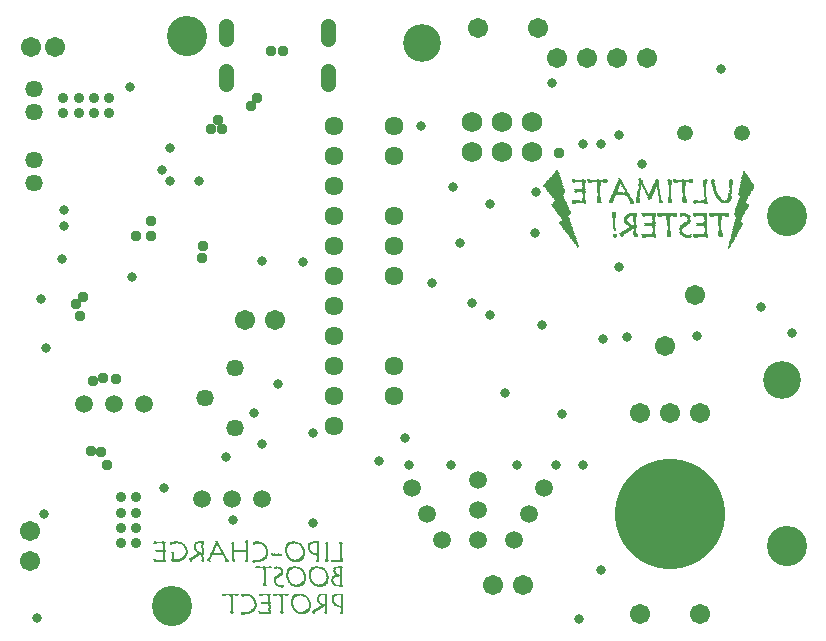
<source format=gbr>
G04 EAGLE Gerber RS-274X export*
G75*
%MOMM*%
%FSLAX34Y34*%
%LPD*%
%INSoldermask Bottom*%
%IPPOS*%
%AMOC8*
5,1,8,0,0,1.08239X$1,22.5*%
G01*
%ADD10C,3.403200*%
%ADD11R,0.228600X0.025400*%
%ADD12R,0.152400X0.025400*%
%ADD13R,0.330200X0.025400*%
%ADD14R,0.381000X0.025400*%
%ADD15R,0.431800X0.025400*%
%ADD16R,0.533400X0.025400*%
%ADD17R,0.482600X0.025400*%
%ADD18R,0.127000X0.025400*%
%ADD19R,0.101600X0.025400*%
%ADD20R,0.304800X0.025400*%
%ADD21R,0.660400X0.025400*%
%ADD22R,0.457200X0.025400*%
%ADD23R,0.635000X0.025400*%
%ADD24R,0.254000X0.025400*%
%ADD25R,0.203200X0.025400*%
%ADD26R,0.990600X0.025400*%
%ADD27R,0.762000X0.025400*%
%ADD28R,0.558800X0.025400*%
%ADD29R,0.736600X0.025400*%
%ADD30R,0.355600X0.025400*%
%ADD31R,0.812800X0.025400*%
%ADD32R,0.863600X0.025400*%
%ADD33R,0.508000X0.025400*%
%ADD34R,0.177800X0.025400*%
%ADD35R,0.939800X0.025400*%
%ADD36R,0.279400X0.025400*%
%ADD37R,0.406400X0.025400*%
%ADD38R,0.076200X0.025400*%
%ADD39R,0.787400X0.025400*%
%ADD40R,0.685800X0.025400*%
%ADD41R,0.584200X0.025400*%
%ADD42R,1.346200X0.025400*%
%ADD43R,1.016000X0.025400*%
%ADD44R,1.371600X0.025400*%
%ADD45R,0.711200X0.025400*%
%ADD46R,0.050800X0.025400*%
%ADD47R,0.965200X0.025400*%
%ADD48R,0.914400X0.025400*%
%ADD49R,0.889000X0.025400*%
%ADD50R,1.168400X0.025400*%
%ADD51R,0.609600X0.025400*%
%ADD52R,1.193800X0.025400*%
%ADD53R,0.838200X0.025400*%
%ADD54R,1.676400X0.025400*%
%ADD55R,1.651000X0.025400*%
%ADD56R,1.041400X0.025400*%
%ADD57R,1.092200X0.025400*%
%ADD58R,1.117600X0.025400*%
%ADD59R,1.143000X0.025400*%
%ADD60R,1.219200X0.025400*%
%ADD61R,1.244600X0.025400*%
%ADD62R,1.270000X0.025400*%
%ADD63R,1.295400X0.025400*%
%ADD64R,1.320800X0.025400*%
%ADD65R,1.066800X0.025400*%
%ADD66R,1.422400X0.025400*%
%ADD67R,1.397000X0.025400*%
%ADD68R,1.447800X0.025400*%
%ADD69R,1.473200X0.025400*%
%ADD70R,1.498600X0.025400*%
%ADD71R,1.524000X0.025400*%
%ADD72R,1.549400X0.025400*%
%ADD73R,1.574800X0.025400*%
%ADD74R,1.600200X0.025400*%
%ADD75R,1.625600X0.025400*%
%ADD76C,1.711200*%
%ADD77C,0.911200*%
%ADD78C,1.461200*%
%ADD79C,1.611200*%
%ADD80C,1.311200*%
%ADD81C,1.511200*%
%ADD82C,3.203200*%
%ADD83C,1.341200*%
%ADD84C,1.727200*%
%ADD85C,9.347200*%
%ADD86C,0.959600*%
%ADD87C,0.812800*%
%ADD88C,0.809600*%


D10*
X152400Y508000D03*
X139700Y25400D03*
X660400Y76200D03*
X660400Y355600D03*
D11*
X233172Y40640D03*
D12*
X199263Y17526D03*
D13*
X232918Y40894D03*
D14*
X200406Y17780D03*
D15*
X232410Y41148D03*
D16*
X201168Y18034D03*
D13*
X282702Y41402D03*
D15*
X264922Y41402D03*
X245872Y41402D03*
D17*
X232156Y41402D03*
D18*
X284226Y18288D03*
D19*
X270637Y18288D03*
D15*
X249936Y18288D03*
D19*
X223139Y18288D03*
D20*
X215265Y18288D03*
D21*
X201803Y18288D03*
D22*
X282067Y41656D03*
D23*
X264922Y41656D03*
X245872Y41656D03*
D16*
X231902Y41656D03*
D19*
X218313Y41656D03*
D24*
X284099Y18542D03*
D25*
X270383Y18542D03*
D19*
X260223Y18542D03*
D23*
X249936Y18542D03*
D19*
X232791Y18542D03*
D26*
X218694Y18542D03*
D27*
X202311Y18542D03*
D19*
X190373Y18542D03*
D28*
X281559Y41910D03*
D29*
X264668Y41910D03*
X245618Y41910D03*
D12*
X233807Y41910D03*
D30*
X230505Y41910D03*
D11*
X218694Y41910D03*
D24*
X283845Y18796D03*
D11*
X270256Y18796D03*
D12*
X260223Y18796D03*
D29*
X249682Y18796D03*
D11*
X233172Y18796D03*
D26*
X218694Y18796D03*
D31*
X202565Y18796D03*
D11*
X190754Y18796D03*
X283210Y42164D03*
D25*
X279019Y42164D03*
D32*
X264795Y42164D03*
X245745Y42164D03*
D19*
X234061Y42164D03*
D24*
X229743Y42164D03*
X218567Y42164D03*
D11*
X283718Y19050D03*
D24*
X270383Y19050D03*
D25*
X260223Y19050D03*
D32*
X249809Y19050D03*
D24*
X233045Y19050D03*
D26*
X218694Y19050D03*
D33*
X204851Y19050D03*
D11*
X199644Y19050D03*
D24*
X190627Y19050D03*
D25*
X283337Y42418D03*
D34*
X278384Y42418D03*
D35*
X264922Y42418D03*
X245872Y42418D03*
D11*
X229108Y42418D03*
D36*
X218440Y42418D03*
D11*
X283718Y19304D03*
D24*
X270383Y19304D03*
D25*
X260223Y19304D03*
D35*
X249936Y19304D03*
D36*
X232918Y19304D03*
D11*
X222504Y19304D03*
D28*
X216535Y19304D03*
D37*
X205867Y19304D03*
D38*
X199136Y19304D03*
D36*
X190500Y19304D03*
D25*
X283337Y42672D03*
D34*
X277876Y42672D03*
D33*
X267335Y42672D03*
D30*
X261493Y42672D03*
D33*
X248285Y42672D03*
D30*
X242443Y42672D03*
D25*
X228727Y42672D03*
D24*
X218567Y42672D03*
D11*
X283718Y19558D03*
D25*
X270383Y19558D03*
D24*
X260223Y19558D03*
D33*
X252349Y19558D03*
D30*
X246507Y19558D03*
D24*
X233045Y19558D03*
D25*
X222631Y19558D03*
D11*
X214630Y19558D03*
D30*
X206375Y19558D03*
D24*
X190627Y19558D03*
D25*
X283337Y42926D03*
D34*
X277622Y42926D03*
D15*
X268224Y42926D03*
D24*
X260731Y42926D03*
D15*
X249174Y42926D03*
D24*
X241681Y42926D03*
D25*
X228473Y42926D03*
D24*
X218567Y42926D03*
D11*
X283718Y19812D03*
D25*
X270383Y19812D03*
D36*
X260350Y19812D03*
D15*
X253238Y19812D03*
D24*
X245745Y19812D03*
X233045Y19812D03*
D25*
X222631Y19812D03*
D19*
X213995Y19812D03*
D13*
X207010Y19812D03*
D24*
X190627Y19812D03*
D25*
X283337Y43180D03*
D34*
X277368Y43180D03*
D14*
X268732Y43180D03*
D11*
X260350Y43180D03*
D14*
X249682Y43180D03*
D11*
X241300Y43180D03*
D34*
X228092Y43180D03*
D24*
X218567Y43180D03*
D11*
X283718Y20066D03*
D34*
X270256Y20066D03*
D20*
X260477Y20066D03*
D14*
X253746Y20066D03*
D11*
X245364Y20066D03*
D24*
X233045Y20066D03*
D25*
X222631Y20066D03*
D20*
X207391Y20066D03*
D24*
X190627Y20066D03*
D25*
X283337Y43434D03*
D34*
X277114Y43434D03*
D13*
X269240Y43434D03*
D11*
X260096Y43434D03*
D13*
X250190Y43434D03*
D11*
X241046Y43434D03*
D34*
X228092Y43434D03*
D24*
X218567Y43434D03*
D11*
X283718Y20320D03*
D34*
X270256Y20320D03*
D13*
X260604Y20320D03*
X254254Y20320D03*
D11*
X245110Y20320D03*
D24*
X233045Y20320D03*
D25*
X222631Y20320D03*
D36*
X207772Y20320D03*
D24*
X190627Y20320D03*
D25*
X283337Y43688D03*
D34*
X276860Y43688D03*
D20*
X269621Y43688D03*
D25*
X259715Y43688D03*
D20*
X250571Y43688D03*
D25*
X240665Y43688D03*
D34*
X227838Y43688D03*
D25*
X218567Y43688D03*
X283591Y20574D03*
D34*
X270256Y20574D03*
D36*
X261112Y20574D03*
D20*
X254635Y20574D03*
D25*
X244729Y20574D03*
X233045Y20574D03*
X222631Y20574D03*
D20*
X208153Y20574D03*
D25*
X190627Y20574D03*
X283337Y43942D03*
D34*
X276606Y43942D03*
D36*
X270002Y43942D03*
D25*
X259461Y43942D03*
D36*
X250952Y43942D03*
D25*
X240411Y43942D03*
D12*
X227711Y43942D03*
D25*
X218567Y43942D03*
X283591Y20828D03*
D34*
X270256Y20828D03*
D20*
X261493Y20828D03*
D36*
X255016Y20828D03*
D25*
X244475Y20828D03*
X233045Y20828D03*
D34*
X222504Y20828D03*
D36*
X208534Y20828D03*
D25*
X190627Y20828D03*
D34*
X283210Y44196D03*
X276352Y44196D03*
D36*
X270256Y44196D03*
D25*
X259207Y44196D03*
D36*
X251206Y44196D03*
D25*
X240157Y44196D03*
D34*
X227584Y44196D03*
D25*
X218567Y44196D03*
X283591Y21082D03*
D34*
X270256Y21082D03*
D36*
X261874Y21082D03*
X255270Y21082D03*
D25*
X244221Y21082D03*
X233045Y21082D03*
D34*
X222504Y21082D03*
D24*
X208661Y21082D03*
D25*
X190627Y21082D03*
D34*
X283210Y44450D03*
X276352Y44450D03*
D24*
X270383Y44450D03*
D25*
X258953Y44450D03*
D24*
X251333Y44450D03*
D25*
X239903Y44450D03*
D12*
X227457Y44450D03*
D25*
X218567Y44450D03*
X283591Y21336D03*
D34*
X270256Y21336D03*
D20*
X262255Y21336D03*
D24*
X255397Y21336D03*
D25*
X243967Y21336D03*
X233045Y21336D03*
D34*
X222504Y21336D03*
D24*
X208915Y21336D03*
D25*
X190627Y21336D03*
D34*
X283210Y44704D03*
X276098Y44704D03*
D24*
X270637Y44704D03*
D25*
X258699Y44704D03*
D24*
X251587Y44704D03*
D25*
X239649Y44704D03*
D34*
X227330Y44704D03*
D25*
X218567Y44704D03*
D34*
X283718Y21590D03*
X270256Y21590D03*
D20*
X262763Y21590D03*
D24*
X255651Y21590D03*
D25*
X243713Y21590D03*
X233045Y21590D03*
D34*
X222504Y21590D03*
D24*
X209169Y21590D03*
D25*
X190627Y21590D03*
D34*
X283210Y44958D03*
X276098Y44958D03*
D24*
X270637Y44958D03*
D12*
X258445Y44958D03*
D24*
X251587Y44958D03*
D12*
X239395Y44958D03*
D34*
X227330Y44958D03*
D25*
X218567Y44958D03*
D34*
X283718Y21844D03*
X270256Y21844D03*
D20*
X263017Y21844D03*
D24*
X255651Y21844D03*
D12*
X243459Y21844D03*
D25*
X233045Y21844D03*
D34*
X222504Y21844D03*
D24*
X209423Y21844D03*
D25*
X190627Y21844D03*
D34*
X283210Y45212D03*
D12*
X275971Y45212D03*
D24*
X270891Y45212D03*
D12*
X258191Y45212D03*
D24*
X251841Y45212D03*
D12*
X239141Y45212D03*
X227203Y45212D03*
D34*
X218440Y45212D03*
X283718Y22098D03*
D12*
X270129Y22098D03*
D20*
X263525Y22098D03*
D24*
X255905Y22098D03*
D12*
X243205Y22098D03*
D34*
X232918Y22098D03*
X222504Y22098D03*
D11*
X209550Y22098D03*
D34*
X190500Y22098D03*
X283210Y45466D03*
X275844Y45466D03*
D11*
X271018Y45466D03*
D12*
X258191Y45466D03*
D11*
X251968Y45466D03*
D12*
X239141Y45466D03*
X227203Y45466D03*
D34*
X218440Y45466D03*
X283718Y22352D03*
D12*
X270129Y22352D03*
D36*
X263906Y22352D03*
D11*
X256032Y22352D03*
D12*
X243205Y22352D03*
D34*
X232918Y22352D03*
X222504Y22352D03*
D11*
X209804Y22352D03*
D34*
X190500Y22352D03*
X283210Y45720D03*
X275844Y45720D03*
D25*
X271145Y45720D03*
D34*
X258064Y45720D03*
D25*
X252095Y45720D03*
D34*
X239014Y45720D03*
D12*
X227203Y45720D03*
D34*
X218440Y45720D03*
X283718Y22606D03*
D12*
X270129Y22606D03*
D20*
X264287Y22606D03*
D25*
X256159Y22606D03*
D34*
X243078Y22606D03*
X232918Y22606D03*
D12*
X222631Y22606D03*
D11*
X209804Y22606D03*
D34*
X190500Y22606D03*
X283210Y45974D03*
X275844Y45974D03*
D11*
X271272Y45974D03*
D12*
X257937Y45974D03*
D11*
X252222Y45974D03*
D12*
X238887Y45974D03*
X227203Y45974D03*
D34*
X218440Y45974D03*
X283718Y22860D03*
D12*
X270129Y22860D03*
D36*
X264668Y22860D03*
D11*
X256286Y22860D03*
D12*
X242951Y22860D03*
D34*
X232918Y22860D03*
D12*
X222631Y22860D03*
D11*
X210058Y22860D03*
D34*
X190500Y22860D03*
X283210Y46228D03*
X275844Y46228D03*
D25*
X271399Y46228D03*
D34*
X257810Y46228D03*
D25*
X252349Y46228D03*
D34*
X238760Y46228D03*
D12*
X227203Y46228D03*
D34*
X218440Y46228D03*
D25*
X283591Y23114D03*
D12*
X270129Y23114D03*
D20*
X265049Y23114D03*
D25*
X256413Y23114D03*
D34*
X242824Y23114D03*
X232918Y23114D03*
D12*
X222631Y23114D03*
D11*
X210058Y23114D03*
D34*
X190500Y23114D03*
X283210Y46482D03*
X275844Y46482D03*
D25*
X271399Y46482D03*
D12*
X257683Y46482D03*
D25*
X252349Y46482D03*
D12*
X238633Y46482D03*
D34*
X227330Y46482D03*
X218440Y46482D03*
D11*
X283718Y23368D03*
D12*
X270129Y23368D03*
D36*
X265430Y23368D03*
D25*
X256413Y23368D03*
D12*
X242697Y23368D03*
D34*
X232918Y23368D03*
D12*
X222631Y23368D03*
D25*
X210185Y23368D03*
D34*
X190500Y23368D03*
X283210Y46736D03*
X275844Y46736D03*
X271526Y46736D03*
X257556Y46736D03*
X252476Y46736D03*
X238506Y46736D03*
X227330Y46736D03*
X218440Y46736D03*
D24*
X283591Y23622D03*
D12*
X270129Y23622D03*
D20*
X265811Y23622D03*
D34*
X256540Y23622D03*
X242570Y23622D03*
X232918Y23622D03*
D12*
X222631Y23622D03*
D11*
X210312Y23622D03*
D34*
X190500Y23622D03*
X283210Y46990D03*
X275844Y46990D03*
X271526Y46990D03*
X257556Y46990D03*
X252476Y46990D03*
X238506Y46990D03*
X227330Y46990D03*
X218440Y46990D03*
D30*
X283083Y23876D03*
D12*
X270129Y23876D03*
D36*
X266192Y23876D03*
D34*
X256540Y23876D03*
X242570Y23876D03*
X232918Y23876D03*
D12*
X222631Y23876D03*
D25*
X210439Y23876D03*
D34*
X190500Y23876D03*
X283210Y47244D03*
X275844Y47244D03*
X271526Y47244D03*
X257302Y47244D03*
X252476Y47244D03*
X238252Y47244D03*
D25*
X227457Y47244D03*
D34*
X218440Y47244D03*
D22*
X282575Y24130D03*
D34*
X270256Y24130D03*
D20*
X266573Y24130D03*
D34*
X256540Y24130D03*
X242316Y24130D03*
X232918Y24130D03*
D12*
X222631Y24130D03*
D25*
X210439Y24130D03*
D34*
X190500Y24130D03*
X283210Y47498D03*
X275844Y47498D03*
X271526Y47498D03*
X257302Y47498D03*
X252476Y47498D03*
X238252Y47498D03*
D25*
X227457Y47498D03*
D12*
X218567Y47498D03*
D33*
X282067Y24384D03*
D34*
X270256Y24384D03*
D36*
X266954Y24384D03*
D34*
X256540Y24384D03*
X242316Y24384D03*
D12*
X233045Y24384D03*
X222631Y24384D03*
D25*
X210439Y24384D03*
D12*
X190627Y24384D03*
D34*
X283210Y47752D03*
D25*
X275971Y47752D03*
D34*
X271526Y47752D03*
D25*
X257175Y47752D03*
D34*
X252476Y47752D03*
D25*
X238125Y47752D03*
D11*
X227584Y47752D03*
D34*
X218440Y47752D03*
D28*
X281813Y24638D03*
D34*
X270256Y24638D03*
D20*
X267335Y24638D03*
D34*
X256540Y24638D03*
D25*
X242189Y24638D03*
D34*
X232918Y24638D03*
D12*
X222631Y24638D03*
D25*
X210693Y24638D03*
D34*
X190500Y24638D03*
X283210Y48006D03*
D25*
X275971Y48006D03*
D34*
X271780Y48006D03*
X257048Y48006D03*
X252730Y48006D03*
X237998Y48006D03*
D11*
X227838Y48006D03*
D34*
X218440Y48006D03*
D25*
X283591Y24892D03*
D20*
X280035Y24892D03*
D34*
X270256Y24892D03*
D36*
X267716Y24892D03*
D34*
X256794Y24892D03*
X242062Y24892D03*
X232918Y24892D03*
D12*
X222631Y24892D03*
D25*
X210693Y24892D03*
D34*
X190500Y24892D03*
X283210Y48260D03*
D25*
X276225Y48260D03*
D34*
X271780Y48260D03*
X257048Y48260D03*
X252730Y48260D03*
X237998Y48260D03*
D24*
X227965Y48260D03*
D34*
X218440Y48260D03*
X283718Y25146D03*
D36*
X279400Y25146D03*
D34*
X270256Y25146D03*
D24*
X267843Y25146D03*
D34*
X256794Y25146D03*
X242062Y25146D03*
X232918Y25146D03*
X222504Y25146D03*
D25*
X210693Y25146D03*
D34*
X190500Y25146D03*
X283210Y48514D03*
D11*
X276352Y48514D03*
D34*
X271780Y48514D03*
D25*
X256921Y48514D03*
D34*
X252730Y48514D03*
D25*
X237871Y48514D03*
D24*
X228219Y48514D03*
D34*
X218440Y48514D03*
X283718Y25400D03*
D24*
X279019Y25400D03*
D34*
X270256Y25400D03*
D24*
X267843Y25400D03*
D34*
X256794Y25400D03*
D25*
X241935Y25400D03*
D34*
X232918Y25400D03*
X222504Y25400D03*
D25*
X210693Y25400D03*
D34*
X190500Y25400D03*
X283210Y48768D03*
D11*
X276606Y48768D03*
D34*
X271780Y48768D03*
X256794Y48768D03*
X252730Y48768D03*
X237744Y48768D03*
D36*
X228600Y48768D03*
D34*
X218440Y48768D03*
X283718Y25654D03*
D11*
X278638Y25654D03*
D34*
X270256Y25654D03*
D24*
X267843Y25654D03*
D34*
X256794Y25654D03*
X241808Y25654D03*
X232918Y25654D03*
X222504Y25654D03*
D25*
X210693Y25654D03*
D34*
X190500Y25654D03*
X283210Y49022D03*
D24*
X276733Y49022D03*
D34*
X271780Y49022D03*
X256794Y49022D03*
X252730Y49022D03*
X237744Y49022D03*
D20*
X228727Y49022D03*
D34*
X218440Y49022D03*
X283718Y25908D03*
D25*
X278257Y25908D03*
D34*
X270256Y25908D03*
D36*
X267462Y25908D03*
D34*
X256794Y25908D03*
X241808Y25908D03*
X232918Y25908D03*
X222504Y25908D03*
D25*
X210693Y25908D03*
D34*
X190500Y25908D03*
X283210Y49276D03*
D24*
X276987Y49276D03*
D34*
X271780Y49276D03*
X256794Y49276D03*
X252730Y49276D03*
X237744Y49276D03*
D20*
X228981Y49276D03*
D34*
X218440Y49276D03*
X283718Y26162D03*
D25*
X278003Y26162D03*
D34*
X270256Y26162D03*
D24*
X266827Y26162D03*
D34*
X256794Y26162D03*
X241808Y26162D03*
X232918Y26162D03*
X222504Y26162D03*
D25*
X210693Y26162D03*
D34*
X190500Y26162D03*
D25*
X283083Y49530D03*
D36*
X277368Y49530D03*
D12*
X271653Y49530D03*
D34*
X256794Y49530D03*
D12*
X252603Y49530D03*
D34*
X237744Y49530D03*
D13*
X229362Y49530D03*
D34*
X218440Y49530D03*
X283718Y26416D03*
D25*
X277749Y26416D03*
D34*
X270256Y26416D03*
D24*
X266319Y26416D03*
D12*
X256667Y26416D03*
D34*
X241808Y26416D03*
X232918Y26416D03*
D25*
X222377Y26416D03*
X210693Y26416D03*
D34*
X190500Y26416D03*
D25*
X283083Y49784D03*
D20*
X277749Y49784D03*
D34*
X271526Y49784D03*
D25*
X256667Y49784D03*
D34*
X252476Y49784D03*
D25*
X237617Y49784D03*
D30*
X229743Y49784D03*
D34*
X218440Y49784D03*
X283718Y26670D03*
D25*
X277495Y26670D03*
D34*
X270256Y26670D03*
D11*
X265938Y26670D03*
D34*
X256540Y26670D03*
D25*
X241681Y26670D03*
D34*
X232918Y26670D03*
D11*
X222250Y26670D03*
D34*
X216662Y26670D03*
X210566Y26670D03*
X190500Y26670D03*
D11*
X282956Y50038D03*
D17*
X279146Y50038D03*
D34*
X271526Y50038D03*
D25*
X256667Y50038D03*
D34*
X252476Y50038D03*
D25*
X237617Y50038D03*
D30*
X229997Y50038D03*
D34*
X218440Y50038D03*
X283718Y26924D03*
X277368Y26924D03*
X270256Y26924D03*
D11*
X265430Y26924D03*
D34*
X256540Y26924D03*
D25*
X241681Y26924D03*
D34*
X232918Y26924D03*
D39*
X219456Y26924D03*
D34*
X210566Y26924D03*
X190500Y26924D03*
D40*
X280670Y50292D03*
D34*
X271526Y50292D03*
D25*
X256667Y50292D03*
D34*
X252476Y50292D03*
D25*
X237617Y50292D03*
D14*
X230378Y50292D03*
D34*
X218440Y50292D03*
X283718Y27178D03*
X277114Y27178D03*
X270256Y27178D03*
D25*
X265049Y27178D03*
D34*
X256540Y27178D03*
D25*
X241681Y27178D03*
D34*
X232918Y27178D03*
D39*
X219456Y27178D03*
D34*
X210566Y27178D03*
X190500Y27178D03*
D23*
X280924Y50546D03*
D34*
X271526Y50546D03*
D25*
X256667Y50546D03*
D34*
X252476Y50546D03*
D25*
X237617Y50546D03*
D20*
X231013Y50546D03*
D34*
X218440Y50546D03*
X283718Y27432D03*
X276860Y27432D03*
X270256Y27432D03*
D25*
X264795Y27432D03*
D34*
X256540Y27432D03*
D25*
X241681Y27432D03*
D34*
X232918Y27432D03*
D39*
X219456Y27432D03*
D34*
X210566Y27432D03*
X190500Y27432D03*
D41*
X281178Y50800D03*
D12*
X271399Y50800D03*
D25*
X256667Y50800D03*
D12*
X252349Y50800D03*
D25*
X237617Y50800D03*
D20*
X231521Y50800D03*
D34*
X218440Y50800D03*
X283718Y27686D03*
X276860Y27686D03*
X270256Y27686D03*
D25*
X264541Y27686D03*
D12*
X256413Y27686D03*
D25*
X241681Y27686D03*
D34*
X232918Y27686D03*
D13*
X221742Y27686D03*
D24*
X216789Y27686D03*
D12*
X210439Y27686D03*
D34*
X190500Y27686D03*
D25*
X283083Y51054D03*
D20*
X280035Y51054D03*
D12*
X271399Y51054D03*
D25*
X256667Y51054D03*
D12*
X252349Y51054D03*
D25*
X237617Y51054D03*
D20*
X231775Y51054D03*
D34*
X218440Y51054D03*
X283718Y27940D03*
X276606Y27940D03*
X270256Y27940D03*
D25*
X264287Y27940D03*
D12*
X256413Y27940D03*
D25*
X241681Y27940D03*
D34*
X232918Y27940D03*
D11*
X222250Y27940D03*
D34*
X210312Y27940D03*
X190500Y27940D03*
D25*
X283083Y51308D03*
D24*
X279527Y51308D03*
D34*
X271272Y51308D03*
D25*
X256667Y51308D03*
D34*
X252222Y51308D03*
D25*
X237617Y51308D03*
D36*
X232156Y51308D03*
D34*
X218440Y51308D03*
X283718Y28194D03*
X276606Y28194D03*
X270256Y28194D03*
D25*
X264033Y28194D03*
D34*
X256286Y28194D03*
D25*
X241681Y28194D03*
D34*
X232918Y28194D03*
D25*
X222377Y28194D03*
D34*
X210312Y28194D03*
X190500Y28194D03*
D25*
X283083Y51562D03*
X279019Y51562D03*
D12*
X271145Y51562D03*
D25*
X256667Y51562D03*
D12*
X252095Y51562D03*
D25*
X237617Y51562D03*
D24*
X232283Y51562D03*
D34*
X218440Y51562D03*
X283718Y28448D03*
D25*
X276479Y28448D03*
D34*
X270256Y28448D03*
D25*
X264033Y28448D03*
D12*
X256159Y28448D03*
D25*
X241681Y28448D03*
D34*
X232918Y28448D03*
D25*
X222377Y28448D03*
D12*
X210185Y28448D03*
D34*
X190500Y28448D03*
D25*
X283083Y51816D03*
D34*
X278638Y51816D03*
D12*
X271145Y51816D03*
D25*
X256667Y51816D03*
D12*
X252095Y51816D03*
D25*
X237617Y51816D03*
D24*
X232537Y51816D03*
D34*
X218440Y51816D03*
X283718Y28702D03*
X276352Y28702D03*
X270256Y28702D03*
D25*
X263779Y28702D03*
D12*
X256159Y28702D03*
D25*
X241681Y28702D03*
D34*
X232918Y28702D03*
D25*
X222377Y28702D03*
D12*
X210185Y28702D03*
D34*
X190500Y28702D03*
D25*
X283083Y52070D03*
D34*
X278384Y52070D03*
D12*
X271145Y52070D03*
D25*
X256667Y52070D03*
D12*
X252095Y52070D03*
D25*
X237617Y52070D03*
X232791Y52070D03*
D34*
X218440Y52070D03*
X283718Y28956D03*
D25*
X276225Y28956D03*
D34*
X270256Y28956D03*
D25*
X263779Y28956D03*
D12*
X256159Y28956D03*
D25*
X241681Y28956D03*
D34*
X232918Y28956D03*
D25*
X222377Y28956D03*
D34*
X210058Y28956D03*
X190500Y28956D03*
D25*
X283083Y52324D03*
X278257Y52324D03*
D12*
X270891Y52324D03*
D11*
X256794Y52324D03*
D12*
X251841Y52324D03*
D11*
X237744Y52324D03*
X232918Y52324D03*
D34*
X218440Y52324D03*
X283718Y29210D03*
D25*
X276225Y29210D03*
D34*
X270256Y29210D03*
X263652Y29210D03*
D12*
X255905Y29210D03*
D11*
X241808Y29210D03*
D34*
X232918Y29210D03*
X222504Y29210D03*
D12*
X209931Y29210D03*
D34*
X190500Y29210D03*
D25*
X283083Y52578D03*
D34*
X278130Y52578D03*
D12*
X270891Y52578D03*
D25*
X256921Y52578D03*
D12*
X251841Y52578D03*
D25*
X237871Y52578D03*
X233045Y52578D03*
D34*
X218440Y52578D03*
X283718Y29464D03*
X276098Y29464D03*
X270256Y29464D03*
D25*
X263525Y29464D03*
D12*
X255905Y29464D03*
D25*
X241935Y29464D03*
D34*
X232918Y29464D03*
X222504Y29464D03*
X209804Y29464D03*
X190500Y29464D03*
X283210Y52832D03*
X277876Y52832D03*
D12*
X270637Y52832D03*
D25*
X256921Y52832D03*
D12*
X251587Y52832D03*
D25*
X237871Y52832D03*
D34*
X233172Y52832D03*
X218440Y52832D03*
X283718Y29718D03*
X276098Y29718D03*
D12*
X270129Y29718D03*
D25*
X263525Y29718D03*
D12*
X255651Y29718D03*
D25*
X241935Y29718D03*
D34*
X232918Y29718D03*
X222504Y29718D03*
D12*
X209677Y29718D03*
D34*
X190500Y29718D03*
X283210Y53086D03*
D25*
X277749Y53086D03*
D34*
X270510Y53086D03*
D25*
X256921Y53086D03*
D34*
X251460Y53086D03*
D25*
X237871Y53086D03*
D34*
X233172Y53086D03*
X218440Y53086D03*
X283718Y29972D03*
D25*
X275971Y29972D03*
D12*
X270129Y29972D03*
D25*
X263525Y29972D03*
D34*
X255524Y29972D03*
D25*
X241935Y29972D03*
D34*
X232918Y29972D03*
X222504Y29972D03*
X209550Y29972D03*
X190500Y29972D03*
X283210Y53340D03*
X277622Y53340D03*
D12*
X270383Y53340D03*
D11*
X257048Y53340D03*
D12*
X251333Y53340D03*
D11*
X237998Y53340D03*
D12*
X233299Y53340D03*
D25*
X218313Y53340D03*
X283591Y30226D03*
X275971Y30226D03*
D12*
X270129Y30226D03*
D25*
X263525Y30226D03*
D12*
X255397Y30226D03*
D11*
X242062Y30226D03*
D25*
X232791Y30226D03*
D34*
X222504Y30226D03*
X209550Y30226D03*
D25*
X190373Y30226D03*
D34*
X283210Y53594D03*
X277622Y53594D03*
X270256Y53594D03*
D25*
X257175Y53594D03*
D34*
X251206Y53594D03*
D25*
X238125Y53594D03*
D12*
X233299Y53594D03*
D25*
X218313Y53594D03*
X283591Y30480D03*
X275971Y30480D03*
D12*
X270129Y30480D03*
D25*
X263525Y30480D03*
D34*
X255270Y30480D03*
D25*
X242189Y30480D03*
X232791Y30480D03*
D34*
X222504Y30480D03*
X209296Y30480D03*
D25*
X190373Y30480D03*
D34*
X283210Y53848D03*
D25*
X277495Y53848D03*
D34*
X270256Y53848D03*
D11*
X257302Y53848D03*
D34*
X251206Y53848D03*
D11*
X238252Y53848D03*
D12*
X233299Y53848D03*
D25*
X218313Y53848D03*
X283591Y30734D03*
X275971Y30734D03*
D12*
X270129Y30734D03*
D25*
X263525Y30734D03*
D34*
X255270Y30734D03*
D11*
X242316Y30734D03*
D25*
X232791Y30734D03*
D34*
X222504Y30734D03*
D25*
X209169Y30734D03*
X190373Y30734D03*
D34*
X283210Y54102D03*
D25*
X277495Y54102D03*
D34*
X270002Y54102D03*
D11*
X257302Y54102D03*
D34*
X250952Y54102D03*
D11*
X238252Y54102D03*
D12*
X233299Y54102D03*
D25*
X218313Y54102D03*
X283591Y30988D03*
D34*
X276098Y30988D03*
X270002Y30988D03*
D25*
X263525Y30988D03*
D34*
X255016Y30988D03*
D11*
X242316Y30988D03*
D25*
X232791Y30988D03*
D34*
X222504Y30988D03*
X209042Y30988D03*
D25*
X190373Y30988D03*
D34*
X283210Y54356D03*
D25*
X277495Y54356D03*
D34*
X269748Y54356D03*
D11*
X257556Y54356D03*
D34*
X250698Y54356D03*
D11*
X238506Y54356D03*
D34*
X233172Y54356D03*
D25*
X218313Y54356D03*
X283591Y31242D03*
D34*
X276098Y31242D03*
X270002Y31242D03*
D25*
X263525Y31242D03*
D34*
X254762Y31242D03*
D11*
X242570Y31242D03*
D25*
X232791Y31242D03*
D34*
X222504Y31242D03*
X208788Y31242D03*
D25*
X190373Y31242D03*
D34*
X283210Y54610D03*
D25*
X277495Y54610D03*
D34*
X269494Y54610D03*
D11*
X257556Y54610D03*
D34*
X250444Y54610D03*
D11*
X238506Y54610D03*
D34*
X233172Y54610D03*
D25*
X218313Y54610D03*
D34*
X283718Y31496D03*
D25*
X276225Y31496D03*
D34*
X270002Y31496D03*
D25*
X263525Y31496D03*
D34*
X254508Y31496D03*
D11*
X242570Y31496D03*
D25*
X232791Y31496D03*
X222377Y31496D03*
X208661Y31496D03*
X190373Y31496D03*
D34*
X283210Y54864D03*
D25*
X277495Y54864D03*
D12*
X269367Y54864D03*
D11*
X257810Y54864D03*
D12*
X250317Y54864D03*
D11*
X238760Y54864D03*
D12*
X233045Y54864D03*
D25*
X218313Y54864D03*
D34*
X283718Y31750D03*
D25*
X276225Y31750D03*
D34*
X270002Y31750D03*
D25*
X263525Y31750D03*
D12*
X254381Y31750D03*
D11*
X242824Y31750D03*
D25*
X232791Y31750D03*
X222377Y31750D03*
D34*
X208534Y31750D03*
D25*
X190373Y31750D03*
D34*
X283210Y55118D03*
D25*
X277495Y55118D03*
D12*
X269113Y55118D03*
D24*
X257937Y55118D03*
D12*
X250063Y55118D03*
D24*
X238887Y55118D03*
D34*
X232918Y55118D03*
D25*
X218313Y55118D03*
D34*
X283718Y32004D03*
D25*
X276225Y32004D03*
X270129Y32004D03*
X263779Y32004D03*
D12*
X254127Y32004D03*
D24*
X242951Y32004D03*
D25*
X232791Y32004D03*
X222377Y32004D03*
D34*
X208280Y32004D03*
D25*
X190373Y32004D03*
D34*
X283210Y55372D03*
D11*
X277622Y55372D03*
D34*
X268986Y55372D03*
D24*
X258191Y55372D03*
D34*
X249936Y55372D03*
D24*
X239141Y55372D03*
D12*
X232791Y55372D03*
D25*
X218313Y55372D03*
D34*
X283718Y32258D03*
D25*
X276479Y32258D03*
D34*
X270256Y32258D03*
D25*
X263779Y32258D03*
D34*
X254000Y32258D03*
D24*
X243205Y32258D03*
D25*
X232791Y32258D03*
X222377Y32258D03*
D34*
X208026Y32258D03*
D25*
X190373Y32258D03*
D34*
X283210Y55626D03*
D11*
X277622Y55626D03*
D25*
X268605Y55626D03*
D24*
X258445Y55626D03*
D25*
X249555Y55626D03*
D24*
X239395Y55626D03*
D34*
X232664Y55626D03*
D25*
X218313Y55626D03*
D34*
X283718Y32512D03*
D11*
X276606Y32512D03*
D34*
X270256Y32512D03*
D25*
X264033Y32512D03*
X253619Y32512D03*
D24*
X243459Y32512D03*
D25*
X232791Y32512D03*
X222377Y32512D03*
D34*
X207772Y32512D03*
D25*
X190373Y32512D03*
D34*
X283210Y55880D03*
D11*
X277876Y55880D03*
X268224Y55880D03*
D36*
X258572Y55880D03*
D11*
X249174Y55880D03*
D36*
X239522Y55880D03*
D34*
X232410Y55880D03*
D11*
X218186Y55880D03*
D34*
X283718Y32766D03*
D11*
X276860Y32766D03*
D34*
X270256Y32766D03*
D25*
X264033Y32766D03*
D11*
X253238Y32766D03*
D36*
X243586Y32766D03*
D11*
X232664Y32766D03*
D25*
X222377Y32766D03*
X207391Y32766D03*
D19*
X199771Y32766D03*
D11*
X190246Y32766D03*
D34*
X283210Y56134D03*
D11*
X277876Y56134D03*
D36*
X267462Y56134D03*
D20*
X258953Y56134D03*
D36*
X248412Y56134D03*
D20*
X239903Y56134D03*
D25*
X232029Y56134D03*
D38*
X227584Y56134D03*
D11*
X218186Y56134D03*
D25*
X283845Y33020D03*
D24*
X276987Y33020D03*
D34*
X270256Y33020D03*
D25*
X264287Y33020D03*
D36*
X252476Y33020D03*
D20*
X243967Y33020D03*
D11*
X232664Y33020D03*
D25*
X222377Y33020D03*
X206883Y33020D03*
D34*
X199898Y33020D03*
D11*
X190246Y33020D03*
D25*
X283337Y56388D03*
D11*
X278130Y56388D03*
D36*
X266954Y56388D03*
D13*
X259334Y56388D03*
D36*
X247904Y56388D03*
D13*
X240284Y56388D03*
D11*
X231648Y56388D03*
D18*
X227584Y56388D03*
D24*
X218313Y56388D03*
D25*
X283845Y33274D03*
D24*
X277241Y33274D03*
D34*
X270256Y33274D03*
D25*
X264541Y33274D03*
D36*
X251968Y33274D03*
D13*
X244348Y33274D03*
D24*
X232791Y33274D03*
D25*
X222377Y33274D03*
D36*
X206248Y33274D03*
D11*
X200152Y33274D03*
D24*
X190373Y33274D03*
D11*
X283210Y56642D03*
D24*
X278257Y56642D03*
D14*
X266192Y56642D03*
D30*
X259715Y56642D03*
D14*
X247142Y56642D03*
D30*
X240665Y56642D03*
D24*
X231267Y56642D03*
D12*
X227711Y56642D03*
D24*
X218313Y56642D03*
D25*
X283845Y33528D03*
D36*
X277622Y33528D03*
D25*
X270129Y33528D03*
D11*
X264922Y33528D03*
D14*
X251206Y33528D03*
D30*
X244729Y33528D03*
D24*
X232791Y33528D03*
D11*
X222250Y33528D03*
D25*
X214757Y33528D03*
D36*
X205740Y33528D03*
D13*
X200406Y33528D03*
D24*
X190373Y33528D03*
D11*
X283210Y56896D03*
D20*
X278765Y56896D03*
D14*
X265938Y56896D03*
D17*
X260604Y56896D03*
D14*
X246888Y56896D03*
D17*
X241554Y56896D03*
D16*
X229362Y56896D03*
D24*
X222885Y56896D03*
D36*
X218186Y56896D03*
X212344Y56896D03*
D11*
X283718Y33782D03*
D36*
X277876Y33782D03*
D25*
X270129Y33782D03*
D24*
X265303Y33782D03*
D14*
X250952Y33782D03*
D17*
X245618Y33782D03*
D24*
X237363Y33782D03*
D36*
X232664Y33782D03*
X226822Y33782D03*
D24*
X222123Y33782D03*
D13*
X215138Y33782D03*
D31*
X202819Y33782D03*
D24*
X194945Y33782D03*
D36*
X190246Y33782D03*
X184404Y33782D03*
D24*
X283083Y57150D03*
D30*
X279273Y57150D03*
D32*
X262763Y57150D03*
X243713Y57150D03*
D17*
X229108Y57150D03*
D42*
X217678Y57150D03*
D24*
X283591Y34036D03*
D20*
X278511Y34036D03*
D11*
X270002Y34036D03*
D24*
X265811Y34036D03*
D32*
X247777Y34036D03*
D42*
X232156Y34036D03*
D43*
X218567Y34036D03*
D27*
X202565Y34036D03*
D42*
X189738Y34036D03*
D23*
X281178Y57404D03*
D29*
X262890Y57404D03*
X243840Y57404D03*
D37*
X228727Y57404D03*
D44*
X217551Y57404D03*
D29*
X281178Y34290D03*
D23*
X267970Y34290D03*
D29*
X247904Y34290D03*
D44*
X232029Y34290D03*
D43*
X218567Y34290D03*
D45*
X202311Y34290D03*
D44*
X189611Y34290D03*
D28*
X281559Y57658D03*
X263017Y57658D03*
X243967Y57658D03*
D13*
X228600Y57658D03*
D42*
X217424Y57658D03*
D23*
X281432Y34544D03*
D28*
X268351Y34544D03*
X248031Y34544D03*
D42*
X231902Y34544D03*
D43*
X218567Y34544D03*
D21*
X202057Y34544D03*
D42*
X189484Y34544D03*
D37*
X282067Y57912D03*
D24*
X263017Y57912D03*
X243967Y57912D03*
D46*
X229235Y57912D03*
D25*
X223139Y57912D03*
D12*
X217805Y57912D03*
D19*
X213995Y57912D03*
D11*
X211836Y57912D03*
D33*
X281813Y34798D03*
D15*
X268732Y34798D03*
D24*
X248031Y34798D03*
D25*
X237617Y34798D03*
D12*
X232283Y34798D03*
D19*
X228473Y34798D03*
D11*
X226314Y34798D03*
D25*
X221869Y34798D03*
D11*
X214630Y34798D03*
D37*
X201803Y34798D03*
D25*
X195199Y34798D03*
D12*
X189865Y34798D03*
D19*
X186055Y34798D03*
D11*
X183896Y34798D03*
D19*
X282829Y58166D03*
D12*
X209169Y61722D03*
D14*
X210312Y61976D03*
D19*
X186309Y61976D03*
D16*
X211074Y62230D03*
D24*
X186817Y62230D03*
D38*
X284226Y62484D03*
D18*
X282956Y62484D03*
D34*
X276098Y62484D03*
D12*
X270891Y62484D03*
D18*
X263906Y62484D03*
D15*
X244856Y62484D03*
D21*
X211709Y62484D03*
D38*
X202946Y62484D03*
D19*
X192659Y62484D03*
D36*
X186944Y62484D03*
D38*
X172212Y62484D03*
D19*
X166243Y62484D03*
D30*
X143891Y62484D03*
D38*
X140462Y62484D03*
D19*
X133985Y62484D03*
D20*
X126111Y62484D03*
D26*
X279908Y62738D03*
D24*
X271145Y62738D03*
X263779Y62738D03*
D23*
X244856Y62738D03*
D27*
X212217Y62738D03*
D11*
X203454Y62738D03*
D12*
X192405Y62738D03*
D20*
X186817Y62738D03*
D34*
X171958Y62738D03*
D25*
X165989Y62738D03*
D19*
X155829Y62738D03*
D21*
X143129Y62738D03*
D26*
X129540Y62738D03*
X279908Y62992D03*
D36*
X271272Y62992D03*
D24*
X263525Y62992D03*
D29*
X244602Y62992D03*
D31*
X212471Y62992D03*
D24*
X203581Y62992D03*
D11*
X192278Y62992D03*
D36*
X186690Y62992D03*
D24*
X171577Y62992D03*
D11*
X165862Y62992D03*
D12*
X155829Y62992D03*
D27*
X143637Y62992D03*
D26*
X129540Y62992D03*
D47*
X279781Y63246D03*
D36*
X271272Y63246D03*
D11*
X263398Y63246D03*
D32*
X244729Y63246D03*
D33*
X214757Y63246D03*
D11*
X209550Y63246D03*
X203454Y63246D03*
D24*
X192151Y63246D03*
X186563Y63246D03*
X171577Y63246D03*
X165989Y63246D03*
D25*
X155829Y63246D03*
D32*
X143891Y63246D03*
D26*
X129540Y63246D03*
D37*
X282575Y63500D03*
D20*
X276479Y63500D03*
D24*
X271145Y63500D03*
D11*
X263398Y63500D03*
D35*
X244856Y63500D03*
D37*
X215773Y63500D03*
D38*
X209042Y63500D03*
D11*
X203454Y63500D03*
D24*
X192151Y63500D03*
X186309Y63500D03*
D11*
X171450Y63500D03*
D24*
X165989Y63500D03*
D25*
X155829Y63500D03*
D48*
X144145Y63500D03*
D11*
X133350Y63500D03*
D28*
X127381Y63500D03*
D11*
X283464Y63754D03*
D24*
X271145Y63754D03*
D11*
X263398Y63754D03*
D33*
X247269Y63754D03*
D30*
X241427Y63754D03*
X216281Y63754D03*
D11*
X203454Y63754D03*
X192024Y63754D03*
X186182Y63754D03*
D24*
X171577Y63754D03*
D25*
X165989Y63754D03*
D24*
X155829Y63754D03*
D26*
X144272Y63754D03*
D25*
X133477Y63754D03*
D11*
X125476Y63754D03*
X283464Y64008D03*
D24*
X271145Y64008D03*
D11*
X263398Y64008D03*
D15*
X248158Y64008D03*
D24*
X240665Y64008D03*
D13*
X216916Y64008D03*
D11*
X203454Y64008D03*
D25*
X192151Y64008D03*
D11*
X186182Y64008D03*
D24*
X171577Y64008D03*
D25*
X165989Y64008D03*
D36*
X155956Y64008D03*
D43*
X144399Y64008D03*
D25*
X133477Y64008D03*
D19*
X124841Y64008D03*
D25*
X283591Y64262D03*
D11*
X271272Y64262D03*
X263398Y64262D03*
D14*
X248666Y64262D03*
D11*
X240284Y64262D03*
D20*
X217297Y64262D03*
D11*
X203454Y64262D03*
D25*
X192151Y64262D03*
X186055Y64262D03*
D11*
X171704Y64262D03*
D34*
X165862Y64262D03*
D20*
X156083Y64262D03*
D22*
X147701Y64262D03*
D11*
X140462Y64262D03*
D25*
X133477Y64262D03*
X283591Y64516D03*
D11*
X271272Y64516D03*
X263398Y64516D03*
D13*
X249174Y64516D03*
D11*
X240030Y64516D03*
D36*
X217678Y64516D03*
D25*
X203581Y64516D03*
D34*
X192024Y64516D03*
D25*
X185801Y64516D03*
D11*
X171704Y64516D03*
D34*
X165862Y64516D03*
D13*
X156210Y64516D03*
D14*
X148336Y64516D03*
D25*
X140589Y64516D03*
X133477Y64516D03*
X283591Y64770D03*
D11*
X271272Y64770D03*
D25*
X263271Y64770D03*
D20*
X249555Y64770D03*
D25*
X239649Y64770D03*
D20*
X218059Y64770D03*
D25*
X203581Y64770D03*
D34*
X192024Y64770D03*
X185674Y64770D03*
D11*
X171958Y64770D03*
D34*
X165862Y64770D03*
D36*
X156718Y64770D03*
D30*
X148717Y64770D03*
D34*
X140462Y64770D03*
D25*
X133477Y64770D03*
D34*
X283464Y65024D03*
D11*
X271272Y65024D03*
D25*
X263271Y65024D03*
D36*
X249936Y65024D03*
D25*
X239395Y65024D03*
D36*
X218440Y65024D03*
D25*
X203581Y65024D03*
D34*
X192024Y65024D03*
D25*
X185547Y65024D03*
D11*
X171958Y65024D03*
D34*
X165862Y65024D03*
D20*
X157099Y65024D03*
D14*
X149098Y65024D03*
D34*
X140462Y65024D03*
X133350Y65024D03*
X283464Y65278D03*
X271272Y65278D03*
D25*
X263271Y65278D03*
D36*
X250190Y65278D03*
D25*
X239141Y65278D03*
D24*
X218567Y65278D03*
D25*
X203581Y65278D03*
D34*
X192024Y65278D03*
X185420Y65278D03*
D25*
X172085Y65278D03*
D34*
X165862Y65278D03*
D36*
X157480Y65278D03*
D13*
X149606Y65278D03*
D34*
X140462Y65278D03*
X133350Y65278D03*
X283464Y65532D03*
X271272Y65532D03*
D25*
X263271Y65532D03*
D24*
X250317Y65532D03*
D25*
X238887Y65532D03*
D24*
X218821Y65532D03*
D25*
X203581Y65532D03*
D34*
X192024Y65532D03*
X185166Y65532D03*
D11*
X172212Y65532D03*
D34*
X165862Y65532D03*
D20*
X157861Y65532D03*
D13*
X149860Y65532D03*
D34*
X140462Y65532D03*
X133350Y65532D03*
X283464Y65786D03*
X271272Y65786D03*
X263398Y65786D03*
D24*
X250571Y65786D03*
D25*
X238633Y65786D03*
D24*
X219075Y65786D03*
D25*
X203581Y65786D03*
D34*
X192024Y65786D03*
X185166Y65786D03*
D25*
X172339Y65786D03*
D34*
X165862Y65786D03*
D20*
X158369Y65786D03*
X150241Y65786D03*
D34*
X140462Y65786D03*
X133350Y65786D03*
X283464Y66040D03*
X271272Y66040D03*
X263398Y66040D03*
D24*
X250571Y66040D03*
D12*
X238379Y66040D03*
D24*
X219329Y66040D03*
D25*
X203581Y66040D03*
D34*
X192024Y66040D03*
X184912Y66040D03*
D11*
X172466Y66040D03*
D34*
X165862Y66040D03*
D20*
X158623Y66040D03*
X150495Y66040D03*
D34*
X140462Y66040D03*
X133350Y66040D03*
X283464Y66294D03*
X271272Y66294D03*
X263398Y66294D03*
D24*
X250825Y66294D03*
D12*
X238125Y66294D03*
D11*
X219456Y66294D03*
D34*
X203454Y66294D03*
X192024Y66294D03*
X184912Y66294D03*
D25*
X172593Y66294D03*
D12*
X165735Y66294D03*
D20*
X159131Y66294D03*
D24*
X150749Y66294D03*
D34*
X140462Y66294D03*
X133350Y66294D03*
X283464Y66548D03*
X271272Y66548D03*
X263398Y66548D03*
D11*
X250952Y66548D03*
D12*
X238125Y66548D03*
D11*
X219710Y66548D03*
D34*
X203454Y66548D03*
X192024Y66548D03*
X184658Y66548D03*
D11*
X172720Y66548D03*
D12*
X165735Y66548D03*
D36*
X159512Y66548D03*
D24*
X151003Y66548D03*
D34*
X140462Y66548D03*
X133350Y66548D03*
X283464Y66802D03*
X271272Y66802D03*
X263398Y66802D03*
D25*
X251079Y66802D03*
D34*
X237998Y66802D03*
D11*
X219710Y66802D03*
D34*
X203454Y66802D03*
X192024Y66802D03*
D12*
X184531Y66802D03*
D25*
X172847Y66802D03*
D12*
X165735Y66802D03*
D20*
X159893Y66802D03*
D24*
X151257Y66802D03*
D34*
X140462Y66802D03*
D12*
X133477Y66802D03*
D34*
X283464Y67056D03*
X271272Y67056D03*
X263398Y67056D03*
D11*
X251206Y67056D03*
D12*
X237871Y67056D03*
D38*
X232664Y67056D03*
D11*
X219964Y67056D03*
D34*
X203454Y67056D03*
X192024Y67056D03*
X184404Y67056D03*
D25*
X172847Y67056D03*
D12*
X165735Y67056D03*
D36*
X160274Y67056D03*
D11*
X151384Y67056D03*
D34*
X140462Y67056D03*
D12*
X133477Y67056D03*
D34*
X283464Y67310D03*
X271272Y67310D03*
D25*
X263271Y67310D03*
X251333Y67310D03*
D34*
X237744Y67310D03*
D12*
X232537Y67310D03*
D18*
X225298Y67310D03*
D11*
X219964Y67310D03*
D34*
X203454Y67310D03*
X192024Y67310D03*
D12*
X184277Y67310D03*
D25*
X173101Y67310D03*
D12*
X165735Y67310D03*
D20*
X160655Y67310D03*
D24*
X151511Y67310D03*
D34*
X140462Y67310D03*
D12*
X133477Y67310D03*
D34*
X283464Y67564D03*
X271272Y67564D03*
D11*
X263398Y67564D03*
D25*
X251333Y67564D03*
D12*
X237617Y67564D03*
D49*
X228854Y67564D03*
D25*
X220091Y67564D03*
D34*
X203454Y67564D03*
X192024Y67564D03*
D12*
X184023Y67564D03*
D25*
X173101Y67564D03*
D12*
X165735Y67564D03*
D36*
X161036Y67564D03*
D11*
X151638Y67564D03*
D34*
X140462Y67564D03*
D12*
X133477Y67564D03*
D34*
X283464Y67818D03*
X271272Y67818D03*
D24*
X263271Y67818D03*
D34*
X251460Y67818D03*
X237490Y67818D03*
D49*
X228600Y67818D03*
D11*
X220218Y67818D03*
D34*
X203454Y67818D03*
X192024Y67818D03*
D25*
X183769Y67818D03*
X173355Y67818D03*
D12*
X165735Y67818D03*
D20*
X161417Y67818D03*
D25*
X151765Y67818D03*
D34*
X140462Y67818D03*
D12*
X133477Y67818D03*
D34*
X283464Y68072D03*
X271272Y68072D03*
D30*
X262763Y68072D03*
D34*
X251460Y68072D03*
X237490Y68072D03*
D48*
X228473Y68072D03*
D25*
X220345Y68072D03*
D34*
X203454Y68072D03*
X192024Y68072D03*
D36*
X183134Y68072D03*
D11*
X173482Y68072D03*
D12*
X165735Y68072D03*
D36*
X161798Y68072D03*
D11*
X151892Y68072D03*
D34*
X140462Y68072D03*
D12*
X133477Y68072D03*
D34*
X283464Y68326D03*
X271272Y68326D03*
D22*
X262255Y68326D03*
D34*
X251460Y68326D03*
X237236Y68326D03*
D49*
X228346Y68326D03*
D25*
X220345Y68326D03*
D34*
X203454Y68326D03*
X192024Y68326D03*
D21*
X181229Y68326D03*
D30*
X174117Y68326D03*
D34*
X165862Y68326D03*
D20*
X162179Y68326D03*
D25*
X152019Y68326D03*
D34*
X140462Y68326D03*
D12*
X133477Y68326D03*
D34*
X283464Y68580D03*
X271272Y68580D03*
D33*
X261747Y68580D03*
D34*
X251460Y68580D03*
X237236Y68580D03*
D32*
X228219Y68580D03*
D25*
X220345Y68580D03*
D34*
X203454Y68580D03*
X192024Y68580D03*
D50*
X178435Y68580D03*
D34*
X165862Y68580D03*
D36*
X162560Y68580D03*
D25*
X152019Y68580D03*
X140589Y68580D03*
D12*
X133477Y68580D03*
D34*
X283464Y68834D03*
X271272Y68834D03*
D28*
X261493Y68834D03*
D34*
X251460Y68834D03*
D25*
X237109Y68834D03*
D46*
X230759Y68834D03*
D38*
X226822Y68834D03*
D12*
X224663Y68834D03*
D25*
X220599Y68834D03*
D34*
X203454Y68834D03*
X192024Y68834D03*
D50*
X178435Y68834D03*
D34*
X165862Y68834D03*
D20*
X162941Y68834D03*
D34*
X152146Y68834D03*
D25*
X140589Y68834D03*
D12*
X133477Y68834D03*
D34*
X283464Y69088D03*
X271272Y69088D03*
D25*
X263271Y69088D03*
D20*
X259715Y69088D03*
D34*
X251714Y69088D03*
X236982Y69088D03*
D19*
X224663Y69088D03*
D25*
X220599Y69088D03*
D34*
X203454Y69088D03*
X192024Y69088D03*
D13*
X182372Y69088D03*
D45*
X176403Y69088D03*
D34*
X165862Y69088D03*
D36*
X163322Y69088D03*
D34*
X152146Y69088D03*
D11*
X140462Y69088D03*
D12*
X133477Y69088D03*
D34*
X283464Y69342D03*
X271272Y69342D03*
X263398Y69342D03*
D36*
X259080Y69342D03*
D34*
X251714Y69342D03*
X236982Y69342D03*
D25*
X220599Y69342D03*
D34*
X203454Y69342D03*
X192024Y69342D03*
D25*
X183007Y69342D03*
D13*
X174498Y69342D03*
D34*
X165862Y69342D03*
D24*
X163449Y69342D03*
D25*
X152273Y69342D03*
D11*
X140462Y69342D03*
D34*
X133350Y69342D03*
X283464Y69596D03*
X271272Y69596D03*
X263398Y69596D03*
D24*
X258699Y69596D03*
D34*
X251714Y69596D03*
D25*
X236855Y69596D03*
X220599Y69596D03*
D34*
X203454Y69596D03*
X192024Y69596D03*
X182880Y69596D03*
D11*
X174244Y69596D03*
D34*
X165862Y69596D03*
D24*
X163449Y69596D03*
D34*
X152400Y69596D03*
D24*
X140589Y69596D03*
D34*
X133350Y69596D03*
X283464Y69850D03*
X271272Y69850D03*
X263398Y69850D03*
D11*
X258318Y69850D03*
D34*
X251714Y69850D03*
X236728Y69850D03*
D25*
X220599Y69850D03*
D34*
X203454Y69850D03*
X192024Y69850D03*
X182880Y69850D03*
D11*
X174244Y69850D03*
D34*
X165862Y69850D03*
D24*
X163449Y69850D03*
D34*
X152400Y69850D03*
D11*
X140462Y69850D03*
D34*
X133350Y69850D03*
X283464Y70104D03*
X271272Y70104D03*
X263398Y70104D03*
D25*
X257937Y70104D03*
D34*
X251714Y70104D03*
X236728Y70104D03*
D25*
X220599Y70104D03*
X203327Y70104D03*
D34*
X192024Y70104D03*
D12*
X182753Y70104D03*
D25*
X174371Y70104D03*
D34*
X165862Y70104D03*
D36*
X163068Y70104D03*
D34*
X152400Y70104D03*
D46*
X139827Y70104D03*
D34*
X133350Y70104D03*
X283464Y70358D03*
X271272Y70358D03*
X263398Y70358D03*
D25*
X257683Y70358D03*
D34*
X251714Y70358D03*
X236728Y70358D03*
D25*
X220599Y70358D03*
D11*
X203200Y70358D03*
D34*
X192024Y70358D03*
D12*
X182499Y70358D03*
D11*
X174498Y70358D03*
D34*
X165862Y70358D03*
D24*
X162433Y70358D03*
D34*
X152400Y70358D03*
X133350Y70358D03*
D25*
X283337Y70612D03*
D34*
X271272Y70612D03*
X263398Y70612D03*
D25*
X257429Y70612D03*
D12*
X251587Y70612D03*
D34*
X236728Y70612D03*
D25*
X220599Y70612D03*
D51*
X201295Y70612D03*
D11*
X192024Y70612D03*
D12*
X182499Y70612D03*
D25*
X174625Y70612D03*
D34*
X165862Y70612D03*
D24*
X161925Y70612D03*
D34*
X152400Y70612D03*
D25*
X133223Y70612D03*
X283337Y70866D03*
D34*
X271272Y70866D03*
X263398Y70866D03*
D25*
X257175Y70866D03*
D34*
X251460Y70866D03*
D25*
X236601Y70866D03*
D34*
X220472Y70866D03*
D42*
X197612Y70866D03*
D12*
X182245Y70866D03*
D25*
X174625Y70866D03*
D34*
X165862Y70866D03*
D11*
X161544Y70866D03*
D34*
X152400Y70866D03*
D11*
X133096Y70866D03*
D34*
X127508Y70866D03*
D25*
X283337Y71120D03*
D34*
X271272Y71120D03*
X263398Y71120D03*
X257048Y71120D03*
X251460Y71120D03*
D25*
X236601Y71120D03*
D34*
X220472Y71120D03*
D42*
X197612Y71120D03*
D18*
X182118Y71120D03*
D11*
X174752Y71120D03*
D34*
X165862Y71120D03*
D11*
X161036Y71120D03*
D12*
X152273Y71120D03*
D39*
X130302Y71120D03*
D25*
X283337Y71374D03*
D34*
X271272Y71374D03*
X263398Y71374D03*
X256794Y71374D03*
X251460Y71374D03*
D25*
X236601Y71374D03*
D34*
X220472Y71374D03*
D13*
X202692Y71374D03*
D35*
X195580Y71374D03*
D12*
X181991Y71374D03*
D25*
X174879Y71374D03*
D34*
X165862Y71374D03*
D25*
X160655Y71374D03*
D12*
X152273Y71374D03*
D39*
X130302Y71374D03*
D25*
X283337Y71628D03*
D34*
X271272Y71628D03*
X263398Y71628D03*
X256540Y71628D03*
X251460Y71628D03*
D25*
X236601Y71628D03*
D34*
X220472Y71628D03*
D11*
X203200Y71628D03*
D38*
X195580Y71628D03*
D36*
X192278Y71628D03*
D18*
X181864Y71628D03*
D11*
X175006Y71628D03*
D34*
X165862Y71628D03*
D25*
X160401Y71628D03*
D12*
X152273Y71628D03*
D39*
X130302Y71628D03*
D34*
X283464Y71882D03*
X271272Y71882D03*
X263398Y71882D03*
X256540Y71882D03*
D12*
X251333Y71882D03*
D25*
X236601Y71882D03*
D12*
X220345Y71882D03*
D25*
X203327Y71882D03*
D11*
X192024Y71882D03*
D12*
X181737Y71882D03*
D25*
X175133Y71882D03*
D34*
X165862Y71882D03*
D25*
X160147Y71882D03*
D12*
X152273Y71882D03*
D13*
X132588Y71882D03*
D24*
X127635Y71882D03*
D34*
X283464Y72136D03*
X271272Y72136D03*
X263398Y72136D03*
X256286Y72136D03*
D12*
X251333Y72136D03*
D25*
X236601Y72136D03*
D34*
X220218Y72136D03*
X203454Y72136D03*
D25*
X191897Y72136D03*
D12*
X181483Y72136D03*
D25*
X175133Y72136D03*
D34*
X165862Y72136D03*
D25*
X159893Y72136D03*
D34*
X152146Y72136D03*
D11*
X133096Y72136D03*
D34*
X283464Y72390D03*
X271272Y72390D03*
X263398Y72390D03*
X256286Y72390D03*
X251206Y72390D03*
D25*
X236601Y72390D03*
D34*
X220218Y72390D03*
X203454Y72390D03*
D25*
X191897Y72390D03*
D18*
X181356Y72390D03*
D25*
X175387Y72390D03*
D34*
X165862Y72390D03*
D25*
X159639Y72390D03*
D34*
X152146Y72390D03*
D25*
X133223Y72390D03*
D34*
X283464Y72644D03*
X271272Y72644D03*
X263398Y72644D03*
D25*
X256159Y72644D03*
D12*
X251079Y72644D03*
D25*
X236601Y72644D03*
D12*
X220091Y72644D03*
D34*
X203454Y72644D03*
D25*
X191897Y72644D03*
D12*
X181229Y72644D03*
D25*
X175387Y72644D03*
D34*
X165862Y72644D03*
D25*
X159639Y72644D03*
D12*
X152019Y72644D03*
D25*
X133223Y72644D03*
D34*
X283464Y72898D03*
X271272Y72898D03*
X263398Y72898D03*
X256032Y72898D03*
D12*
X251079Y72898D03*
D25*
X236601Y72898D03*
D12*
X220091Y72898D03*
D34*
X203454Y72898D03*
D25*
X191897Y72898D03*
D18*
X181102Y72898D03*
D25*
X175387Y72898D03*
D34*
X165862Y72898D03*
D25*
X159385Y72898D03*
D12*
X152019Y72898D03*
D25*
X133223Y72898D03*
D34*
X283464Y73152D03*
X271272Y73152D03*
X263398Y73152D03*
D25*
X255905Y73152D03*
D12*
X251079Y73152D03*
D25*
X236601Y73152D03*
D34*
X219964Y73152D03*
X203454Y73152D03*
D25*
X191897Y73152D03*
D12*
X180975Y73152D03*
D25*
X175641Y73152D03*
D34*
X165862Y73152D03*
D25*
X159385Y73152D03*
D34*
X151892Y73152D03*
D25*
X133223Y73152D03*
D34*
X283464Y73406D03*
X271272Y73406D03*
X263398Y73406D03*
D25*
X255905Y73406D03*
D12*
X250825Y73406D03*
D11*
X236728Y73406D03*
D12*
X219837Y73406D03*
D34*
X203454Y73406D03*
D25*
X191897Y73406D03*
D12*
X180721Y73406D03*
D25*
X175641Y73406D03*
D34*
X165862Y73406D03*
X159258Y73406D03*
D12*
X151765Y73406D03*
D34*
X133350Y73406D03*
X283464Y73660D03*
X271272Y73660D03*
X263398Y73660D03*
X255778Y73660D03*
D12*
X250825Y73660D03*
D25*
X236855Y73660D03*
D34*
X219710Y73660D03*
X203454Y73660D03*
D25*
X191897Y73660D03*
D12*
X180721Y73660D03*
D25*
X175895Y73660D03*
D34*
X165862Y73660D03*
D25*
X159131Y73660D03*
D34*
X151638Y73660D03*
X133350Y73660D03*
D25*
X283337Y73914D03*
D34*
X271272Y73914D03*
X263398Y73914D03*
X255778Y73914D03*
D12*
X250571Y73914D03*
D25*
X236855Y73914D03*
D12*
X219583Y73914D03*
D34*
X203454Y73914D03*
D25*
X191897Y73914D03*
D12*
X180467Y73914D03*
D25*
X175895Y73914D03*
D12*
X165735Y73914D03*
D25*
X159131Y73914D03*
D34*
X151638Y73914D03*
X133350Y73914D03*
X283210Y74168D03*
X271272Y74168D03*
X263398Y74168D03*
D25*
X255651Y74168D03*
D34*
X250444Y74168D03*
D25*
X236855Y74168D03*
D34*
X219456Y74168D03*
X203454Y74168D03*
D25*
X191897Y74168D03*
D12*
X180467Y74168D03*
D34*
X176022Y74168D03*
D12*
X165735Y74168D03*
D25*
X159131Y74168D03*
D12*
X151511Y74168D03*
D34*
X133350Y74168D03*
X283210Y74422D03*
X271272Y74422D03*
D25*
X263271Y74422D03*
X255651Y74422D03*
D12*
X250317Y74422D03*
D11*
X236982Y74422D03*
D34*
X219456Y74422D03*
X203454Y74422D03*
D25*
X191897Y74422D03*
D12*
X180213Y74422D03*
D25*
X176149Y74422D03*
D12*
X165735Y74422D03*
D25*
X159131Y74422D03*
D34*
X151384Y74422D03*
X133350Y74422D03*
X283210Y74676D03*
X271272Y74676D03*
D25*
X263271Y74676D03*
X255651Y74676D03*
D34*
X250190Y74676D03*
D25*
X237109Y74676D03*
D34*
X219202Y74676D03*
X203454Y74676D03*
D25*
X191897Y74676D03*
D18*
X180086Y74676D03*
D25*
X176149Y74676D03*
D12*
X165735Y74676D03*
D25*
X159131Y74676D03*
D12*
X151257Y74676D03*
D34*
X133350Y74676D03*
X283210Y74930D03*
X271272Y74930D03*
D25*
X263271Y74930D03*
X255651Y74930D03*
D34*
X250190Y74930D03*
D11*
X237236Y74930D03*
D25*
X219075Y74930D03*
D34*
X203454Y74930D03*
D25*
X191897Y74930D03*
D12*
X179959Y74930D03*
D25*
X176403Y74930D03*
D12*
X165735Y74930D03*
D25*
X159131Y74930D03*
D12*
X151003Y74930D03*
D34*
X133350Y74930D03*
X283210Y75184D03*
D25*
X271145Y75184D03*
X263271Y75184D03*
D34*
X255778Y75184D03*
X249936Y75184D03*
D11*
X237236Y75184D03*
D34*
X218948Y75184D03*
D25*
X203327Y75184D03*
X191897Y75184D03*
D18*
X179832Y75184D03*
D25*
X176403Y75184D03*
D34*
X165608Y75184D03*
D25*
X159131Y75184D03*
D34*
X150876Y75184D03*
X133350Y75184D03*
X283210Y75438D03*
D25*
X271145Y75438D03*
X263271Y75438D03*
D34*
X255778Y75438D03*
X249682Y75438D03*
D11*
X237490Y75438D03*
D34*
X218694Y75438D03*
D25*
X203327Y75438D03*
X191897Y75438D03*
D18*
X179578Y75438D03*
D25*
X176657Y75438D03*
D34*
X165608Y75438D03*
D25*
X159131Y75438D03*
D12*
X150749Y75438D03*
D34*
X133350Y75438D03*
X283210Y75692D03*
D25*
X271145Y75692D03*
D34*
X263398Y75692D03*
D25*
X255905Y75692D03*
D34*
X249428Y75692D03*
D11*
X237490Y75692D03*
D25*
X218567Y75692D03*
X203327Y75692D03*
X191897Y75692D03*
D18*
X179578Y75692D03*
D25*
X176657Y75692D03*
D34*
X165608Y75692D03*
D25*
X159131Y75692D03*
D12*
X150495Y75692D03*
D25*
X133223Y75692D03*
D34*
X283210Y75946D03*
D25*
X271145Y75946D03*
D34*
X263398Y75946D03*
D25*
X255905Y75946D03*
D12*
X249301Y75946D03*
D11*
X237744Y75946D03*
D34*
X218440Y75946D03*
X203200Y75946D03*
D25*
X191897Y75946D03*
D18*
X179324Y75946D03*
D25*
X176911Y75946D03*
D34*
X165608Y75946D03*
D25*
X159131Y75946D03*
D34*
X150368Y75946D03*
D25*
X133223Y75946D03*
D34*
X283210Y76200D03*
D25*
X271145Y76200D03*
D34*
X263398Y76200D03*
D25*
X255905Y76200D03*
D12*
X249047Y76200D03*
D24*
X237871Y76200D03*
D34*
X218186Y76200D03*
X203200Y76200D03*
D25*
X191897Y76200D03*
D18*
X179070Y76200D03*
D25*
X176911Y76200D03*
X165735Y76200D03*
X159385Y76200D03*
D34*
X150114Y76200D03*
D25*
X133223Y76200D03*
X283337Y76454D03*
X271145Y76454D03*
D34*
X263398Y76454D03*
D25*
X256159Y76454D03*
D34*
X248920Y76454D03*
D24*
X238125Y76454D03*
D34*
X217932Y76454D03*
X203200Y76454D03*
D25*
X191897Y76454D03*
D18*
X179070Y76454D03*
D11*
X177038Y76454D03*
D34*
X165862Y76454D03*
D25*
X159385Y76454D03*
X149733Y76454D03*
X133223Y76454D03*
X283337Y76708D03*
X271145Y76708D03*
D34*
X263398Y76708D03*
D11*
X256286Y76708D03*
D25*
X248539Y76708D03*
D24*
X238379Y76708D03*
D34*
X217678Y76708D03*
X203200Y76708D03*
D25*
X191897Y76708D03*
D13*
X177800Y76708D03*
D34*
X165862Y76708D03*
D25*
X159639Y76708D03*
X149479Y76708D03*
D18*
X139192Y76708D03*
D25*
X133223Y76708D03*
X283337Y76962D03*
X271145Y76962D03*
D34*
X263398Y76962D03*
D11*
X256540Y76962D03*
X248158Y76962D03*
D36*
X238506Y76962D03*
D25*
X217297Y76962D03*
D19*
X209677Y76962D03*
D34*
X203200Y76962D03*
X192024Y76962D03*
D13*
X177800Y76962D03*
D34*
X165862Y76962D03*
D25*
X159639Y76962D03*
D11*
X149098Y76962D03*
D12*
X139319Y76962D03*
D25*
X133223Y76962D03*
D11*
X283210Y77216D03*
D25*
X271145Y77216D03*
X263525Y77216D03*
D24*
X256667Y77216D03*
D36*
X247396Y77216D03*
D20*
X238887Y77216D03*
D25*
X216789Y77216D03*
D34*
X209804Y77216D03*
D25*
X203327Y77216D03*
D34*
X192024Y77216D03*
D20*
X177673Y77216D03*
D34*
X165862Y77216D03*
D25*
X159893Y77216D03*
X148717Y77216D03*
X139573Y77216D03*
X133223Y77216D03*
D11*
X283210Y77470D03*
X271272Y77470D03*
D25*
X263525Y77470D03*
D24*
X256921Y77470D03*
D36*
X246888Y77470D03*
D13*
X239268Y77470D03*
D36*
X216154Y77470D03*
D11*
X210058Y77470D03*
D25*
X203327Y77470D03*
X191897Y77470D03*
D36*
X177800Y77470D03*
D34*
X165862Y77470D03*
D25*
X160147Y77470D03*
D11*
X148336Y77470D03*
D24*
X139827Y77470D03*
D25*
X133223Y77470D03*
D24*
X283337Y77724D03*
X271145Y77724D03*
D25*
X263525Y77724D03*
D36*
X257302Y77724D03*
D14*
X246126Y77724D03*
D30*
X239649Y77724D03*
D36*
X215646Y77724D03*
D13*
X210312Y77724D03*
D25*
X203327Y77724D03*
D11*
X192024Y77724D03*
D24*
X177673Y77724D03*
D25*
X165735Y77724D03*
D11*
X160528Y77724D03*
D24*
X147701Y77724D03*
D20*
X140081Y77724D03*
D11*
X133096Y77724D03*
D25*
X125603Y77724D03*
D36*
X283210Y77978D03*
D24*
X271145Y77978D03*
D11*
X263398Y77978D03*
D36*
X257556Y77978D03*
D14*
X245872Y77978D03*
D17*
X240538Y77978D03*
D31*
X212725Y77978D03*
D25*
X203327Y77978D03*
D24*
X191897Y77978D03*
D11*
X177800Y77978D03*
D25*
X165735Y77978D03*
D24*
X160909Y77978D03*
D30*
X146939Y77978D03*
D17*
X140970Y77978D03*
D24*
X132969Y77978D03*
D13*
X125984Y77978D03*
D24*
X283337Y78232D03*
D11*
X271018Y78232D03*
D24*
X263271Y78232D03*
D20*
X258191Y78232D03*
D32*
X242697Y78232D03*
D27*
X212471Y78232D03*
D11*
X203200Y78232D03*
X191770Y78232D03*
D25*
X177673Y78232D03*
D11*
X165608Y78232D03*
D24*
X161417Y78232D03*
D35*
X143256Y78232D03*
D43*
X129413Y78232D03*
D24*
X283337Y78486D03*
D34*
X271018Y78486D03*
D29*
X260858Y78486D03*
X242824Y78486D03*
D45*
X212217Y78486D03*
D11*
X203200Y78486D03*
D25*
X191643Y78486D03*
X177673Y78486D03*
D23*
X163576Y78486D03*
D49*
X143002Y78486D03*
D43*
X129413Y78486D03*
D34*
X283464Y78740D03*
D18*
X271018Y78740D03*
D23*
X261112Y78740D03*
D28*
X242951Y78740D03*
D21*
X211963Y78740D03*
D24*
X203327Y78740D03*
D18*
X191516Y78740D03*
D34*
X177800Y78740D03*
D28*
X163957Y78740D03*
D40*
X143002Y78740D03*
D43*
X129413Y78740D03*
D33*
X261493Y78994D03*
D24*
X242951Y78994D03*
D37*
X211709Y78994D03*
D24*
X203327Y78994D03*
D12*
X177673Y78994D03*
D15*
X164338Y78994D03*
D37*
X143383Y78994D03*
D25*
X132715Y78994D03*
D11*
X125476Y78994D03*
D24*
X203327Y79248D03*
D18*
X177546Y79248D03*
D24*
X203327Y79502D03*
D19*
X177419Y79502D03*
D11*
X203200Y79756D03*
D34*
X203200Y80010D03*
D38*
X611632Y327660D03*
D18*
X611632Y327914D03*
X611632Y328168D03*
D12*
X611759Y328422D03*
D38*
X483870Y328422D03*
D12*
X611759Y328676D03*
D18*
X483870Y328676D03*
D12*
X612013Y328930D03*
X483743Y328930D03*
D34*
X612140Y329184D03*
D12*
X483743Y329184D03*
D34*
X612140Y329438D03*
D12*
X483489Y329438D03*
D25*
X612267Y329692D03*
D34*
X483362Y329692D03*
X612394Y329946D03*
D25*
X483235Y329946D03*
X612521Y330200D03*
X482981Y330200D03*
X612521Y330454D03*
X482981Y330454D03*
D11*
X612648Y330708D03*
X482854Y330708D03*
D25*
X612775Y330962D03*
D11*
X482600Y330962D03*
X612902Y331216D03*
D24*
X482473Y331216D03*
X613029Y331470D03*
X482473Y331470D03*
X613029Y331724D03*
X482219Y331724D03*
X613283Y331978D03*
D36*
X482092Y331978D03*
D24*
X613283Y332232D03*
D20*
X481965Y332232D03*
D36*
X613410Y332486D03*
X481838Y332486D03*
X613410Y332740D03*
D20*
X481711Y332740D03*
D36*
X613664Y332994D03*
D13*
X481584Y332994D03*
D36*
X613664Y333248D03*
D13*
X481330Y333248D03*
D20*
X613791Y333502D03*
D30*
X481203Y333502D03*
D13*
X613918Y333756D03*
X481076Y333756D03*
D20*
X614045Y334010D03*
D30*
X480949Y334010D03*
D13*
X614172Y334264D03*
D14*
X480822Y334264D03*
D13*
X614172Y334518D03*
D14*
X480568Y334518D03*
D30*
X614299Y334772D03*
D14*
X480568Y334772D03*
D13*
X614426Y335026D03*
D37*
X480441Y335026D03*
D30*
X614553Y335280D03*
D37*
X480187Y335280D03*
D30*
X614553Y335534D03*
D15*
X480060Y335534D03*
D14*
X614680Y335788D03*
D15*
X480060Y335788D03*
D30*
X614807Y336042D03*
D15*
X479806Y336042D03*
D14*
X614934Y336296D03*
D22*
X479679Y336296D03*
D37*
X615061Y336550D03*
D17*
X479552Y336550D03*
D14*
X615188Y336804D03*
D36*
X577850Y336550D03*
D17*
X479298Y336804D03*
D37*
X615315Y337058D03*
D30*
X577723Y336804D03*
D18*
X515112Y336804D03*
D17*
X479298Y337058D03*
D37*
X615315Y337312D03*
D18*
X592836Y337058D03*
D13*
X583438Y337058D03*
D33*
X577215Y337058D03*
D18*
X549148Y337058D03*
D13*
X539750Y337058D03*
D11*
X515112Y337058D03*
D33*
X479171Y337312D03*
D15*
X615442Y337566D03*
D34*
X592582Y337312D03*
D22*
X583819Y337312D03*
D41*
X576834Y337312D03*
D34*
X548894Y337312D03*
D22*
X540131Y337312D03*
D34*
X532892Y337312D03*
D24*
X515239Y337312D03*
D33*
X478917Y337566D03*
D37*
X615569Y337820D03*
D19*
X605663Y337566D03*
X604393Y337566D03*
D52*
X587502Y337566D03*
D23*
X576580Y337566D03*
D19*
X561975Y337566D03*
X560705Y337566D03*
D52*
X543814Y337566D03*
D24*
X532511Y337566D03*
D12*
X520573Y337566D03*
D36*
X515112Y337566D03*
D16*
X478790Y337820D03*
D15*
X615696Y338074D03*
D36*
X604774Y337820D03*
D52*
X587502Y337820D03*
D40*
X576326Y337820D03*
D36*
X561086Y337820D03*
D52*
X543814Y337820D03*
D20*
X532511Y337820D03*
D25*
X520573Y337820D03*
D36*
X515112Y337820D03*
D16*
X478790Y338074D03*
D15*
X615696Y338328D03*
D13*
X604520Y338074D03*
D52*
X587502Y338074D03*
D29*
X576072Y338074D03*
D13*
X560832Y338074D03*
D52*
X543814Y338074D03*
D20*
X532511Y338074D03*
D11*
X520700Y338074D03*
D20*
X514985Y338074D03*
D16*
X478536Y338328D03*
D22*
X615823Y338582D03*
D13*
X604266Y338328D03*
D52*
X587502Y338328D03*
D27*
X575945Y338328D03*
D13*
X560578Y338328D03*
D52*
X543814Y338328D03*
D20*
X532511Y338328D03*
D24*
X520573Y338328D03*
D20*
X514985Y338328D03*
D28*
X478409Y338582D03*
D22*
X616077Y338836D03*
D13*
X604266Y338582D03*
D50*
X587375Y338582D03*
D25*
X578739Y338582D03*
D17*
X574040Y338582D03*
D13*
X560578Y338582D03*
D50*
X543687Y338582D03*
D20*
X532511Y338582D03*
X520573Y338582D03*
X514985Y338582D03*
D28*
X478155Y338836D03*
D22*
X616077Y339090D03*
D13*
X604266Y338836D03*
D50*
X587375Y338836D03*
D12*
X578993Y338836D03*
D37*
X573405Y338836D03*
D13*
X560578Y338836D03*
D50*
X543687Y338836D03*
D20*
X532511Y338836D03*
D13*
X520700Y338836D03*
D20*
X514985Y338836D03*
D28*
X478155Y339090D03*
D17*
X616204Y339344D03*
D13*
X604266Y339090D03*
D36*
X591820Y339090D03*
D23*
X584708Y339090D03*
D30*
X572897Y339090D03*
D13*
X560578Y339090D03*
D36*
X548132Y339090D03*
D23*
X541020Y339090D03*
D20*
X532511Y339090D03*
D30*
X520827Y339090D03*
D36*
X514858Y339090D03*
D41*
X478028Y339344D03*
D17*
X616204Y339598D03*
D13*
X604266Y339344D03*
D24*
X591947Y339344D03*
X582803Y339344D03*
D13*
X572516Y339344D03*
X560578Y339344D03*
D24*
X548259Y339344D03*
X539115Y339344D03*
D36*
X532384Y339344D03*
D14*
X520954Y339344D03*
D11*
X515112Y339344D03*
D41*
X477774Y339598D03*
D17*
X616458Y339852D03*
D20*
X604393Y339598D03*
D24*
X591947Y339598D03*
D18*
X582168Y339598D03*
D20*
X572135Y339598D03*
X560705Y339598D03*
D24*
X548259Y339598D03*
D18*
X538480Y339598D03*
D36*
X532384Y339598D03*
D37*
X521081Y339598D03*
D12*
X514985Y339598D03*
D51*
X477647Y339852D03*
D17*
X616458Y340106D03*
D20*
X604393Y339852D03*
D24*
X591947Y339852D03*
D20*
X571881Y339852D03*
X560705Y339852D03*
D24*
X548259Y339852D03*
D36*
X532384Y339852D03*
D15*
X521208Y339852D03*
D23*
X477520Y340106D03*
D33*
X616585Y340360D03*
D20*
X604393Y340106D03*
D24*
X591947Y340106D03*
D36*
X571754Y340106D03*
D20*
X560705Y340106D03*
D24*
X548259Y340106D03*
D36*
X532384Y340106D03*
D17*
X521462Y340106D03*
D51*
X477393Y340360D03*
D33*
X616585Y340614D03*
D36*
X604266Y340360D03*
D24*
X591947Y340360D03*
D36*
X571500Y340360D03*
X560578Y340360D03*
D24*
X548259Y340360D03*
D36*
X532384Y340360D03*
D15*
X521970Y340360D03*
D23*
X477266Y340614D03*
D33*
X616839Y340868D03*
D36*
X604266Y340614D03*
D24*
X591947Y340614D03*
X571373Y340614D03*
D36*
X560578Y340614D03*
D24*
X548259Y340614D03*
X532257Y340614D03*
D15*
X522478Y340614D03*
D21*
X477139Y340868D03*
D33*
X616839Y341122D03*
D36*
X604266Y340868D03*
D24*
X591947Y340868D03*
D11*
X571246Y340868D03*
D36*
X560578Y340868D03*
D24*
X548259Y340868D03*
X532257Y340868D03*
D15*
X522732Y340868D03*
D21*
X476885Y341122D03*
D16*
X616966Y341376D03*
D36*
X604266Y341122D03*
D11*
X591820Y341122D03*
D24*
X571119Y341122D03*
D36*
X560578Y341122D03*
D11*
X548132Y341122D03*
D24*
X532257Y341122D03*
D15*
X523240Y341122D03*
D21*
X476885Y341376D03*
D28*
X617093Y341630D03*
D36*
X604266Y341376D03*
D11*
X591820Y341376D03*
X570992Y341376D03*
D36*
X560578Y341376D03*
D11*
X548132Y341376D03*
D24*
X532257Y341376D03*
D15*
X523748Y341376D03*
D40*
X476758Y341630D03*
D16*
X617220Y341884D03*
D36*
X604266Y341630D03*
D11*
X591820Y341630D03*
X570992Y341630D03*
D36*
X560578Y341630D03*
D11*
X548132Y341630D03*
X532384Y341630D03*
D15*
X524002Y341630D03*
D40*
X476504Y341884D03*
D28*
X617347Y342138D03*
D36*
X604266Y341884D03*
D11*
X591820Y341884D03*
X570738Y341884D03*
D36*
X560578Y341884D03*
D11*
X548132Y341884D03*
X532384Y341884D03*
D15*
X524510Y341884D03*
D45*
X476377Y342138D03*
D28*
X617347Y342392D03*
D24*
X604393Y342138D03*
D11*
X591820Y342138D03*
X570738Y342138D03*
D24*
X560705Y342138D03*
D11*
X548132Y342138D03*
X532384Y342138D03*
D15*
X524764Y342138D03*
D45*
X476377Y342392D03*
D41*
X617474Y342646D03*
D24*
X604393Y342392D03*
D11*
X591820Y342392D03*
X570738Y342392D03*
D24*
X560705Y342392D03*
D11*
X548132Y342392D03*
X532384Y342392D03*
D15*
X525272Y342392D03*
D45*
X476123Y342646D03*
D28*
X617601Y342900D03*
D11*
X604266Y342646D03*
X591820Y342646D03*
X570738Y342646D03*
X560578Y342646D03*
X548132Y342646D03*
X532384Y342646D03*
D37*
X525653Y342646D03*
D18*
X514858Y342646D03*
D29*
X475996Y342900D03*
D41*
X617728Y343154D03*
D11*
X604266Y342900D03*
X591820Y342900D03*
X570738Y342900D03*
X560578Y342900D03*
X548132Y342900D03*
X532384Y342900D03*
D15*
X526034Y342900D03*
D34*
X514858Y342900D03*
D27*
X475869Y343154D03*
D41*
X617728Y343408D03*
D11*
X604266Y343154D03*
X591820Y343154D03*
X570738Y343154D03*
X560578Y343154D03*
X548132Y343154D03*
X532384Y343154D03*
D15*
X526542Y343154D03*
D25*
X514731Y343154D03*
D27*
X475615Y343408D03*
D51*
X617855Y343662D03*
D11*
X604266Y343408D03*
X591820Y343408D03*
D24*
X570865Y343408D03*
D11*
X560578Y343408D03*
X548132Y343408D03*
X532384Y343408D03*
D15*
X526796Y343408D03*
D25*
X514731Y343408D03*
D27*
X475615Y343662D03*
D51*
X618109Y343916D03*
D11*
X604266Y343662D03*
X591820Y343662D03*
D24*
X570865Y343662D03*
D11*
X560578Y343662D03*
X548132Y343662D03*
X532384Y343662D03*
D15*
X527050Y343662D03*
D25*
X514731Y343662D03*
D27*
X475361Y343916D03*
D51*
X618109Y344170D03*
D11*
X604266Y343916D03*
X591820Y343916D03*
D24*
X570865Y343916D03*
D11*
X560578Y343916D03*
X548132Y343916D03*
X532384Y343916D03*
D15*
X527558Y343916D03*
D25*
X514731Y343916D03*
D39*
X475234Y344170D03*
D23*
X618236Y344424D03*
D11*
X604266Y344170D03*
X591820Y344170D03*
D36*
X570992Y344170D03*
D11*
X560578Y344170D03*
X548132Y344170D03*
X532384Y344170D03*
D37*
X527939Y344170D03*
D11*
X514604Y344170D03*
D31*
X475107Y344424D03*
D23*
X618236Y344678D03*
D11*
X604266Y344424D03*
X591820Y344424D03*
D36*
X570992Y344424D03*
D11*
X560578Y344424D03*
X548132Y344424D03*
X532384Y344424D03*
D15*
X528320Y344424D03*
D25*
X514477Y344424D03*
D39*
X474980Y344678D03*
D23*
X618490Y344932D03*
D11*
X604266Y344678D03*
X591820Y344678D03*
D20*
X571119Y344678D03*
D11*
X560578Y344678D03*
X548132Y344678D03*
X532384Y344678D03*
D37*
X528701Y344678D03*
D25*
X514477Y344678D03*
D31*
X474853Y344932D03*
D23*
X618490Y345186D03*
D11*
X604266Y344932D03*
X591820Y344932D03*
D20*
X571373Y344932D03*
D11*
X560578Y344932D03*
X548132Y344932D03*
X532384Y344932D03*
D37*
X528955Y344932D03*
D25*
X514477Y344932D03*
D53*
X474726Y345186D03*
D21*
X618617Y345440D03*
D11*
X604266Y345186D03*
X591820Y345186D03*
D13*
X571500Y345186D03*
D11*
X560578Y345186D03*
X548132Y345186D03*
D23*
X530352Y345186D03*
D25*
X514477Y345186D03*
D53*
X474472Y345440D03*
D21*
X618617Y345694D03*
D11*
X604266Y345440D03*
D24*
X591693Y345440D03*
D30*
X571627Y345440D03*
D11*
X560578Y345440D03*
D24*
X548005Y345440D03*
D41*
X530606Y345440D03*
D34*
X514350Y345440D03*
D53*
X474472Y345694D03*
D21*
X618871Y345948D03*
D11*
X604266Y345694D03*
D24*
X591693Y345694D03*
D30*
X571881Y345694D03*
D11*
X560578Y345694D03*
D24*
X548005Y345694D03*
D28*
X530733Y345694D03*
D34*
X514350Y345694D03*
D32*
X474345Y345948D03*
D40*
X618998Y346202D03*
D11*
X604266Y345948D03*
D24*
X591693Y345948D03*
D15*
X572262Y345948D03*
D11*
X560578Y345948D03*
D24*
X548005Y345948D03*
D28*
X530733Y345948D03*
D34*
X514350Y345948D03*
D32*
X474091Y346202D03*
D40*
X618998Y346456D03*
D11*
X604266Y346202D03*
D24*
X591693Y346202D03*
D37*
X572389Y346202D03*
D11*
X560578Y346202D03*
D24*
X548005Y346202D03*
D51*
X530479Y346202D03*
D34*
X514350Y346202D03*
D49*
X473964Y346456D03*
D45*
X619125Y346710D03*
D24*
X604139Y346456D03*
D36*
X591566Y346456D03*
D25*
X585089Y346456D03*
D37*
X572643Y346456D03*
D24*
X560451Y346456D03*
D36*
X547878Y346456D03*
D25*
X541401Y346456D03*
D21*
X530225Y346456D03*
D34*
X514350Y346456D03*
D48*
X473837Y346710D03*
D40*
X619252Y346964D03*
D24*
X604139Y346710D03*
D20*
X591439Y346710D03*
D22*
X586105Y346710D03*
X572897Y346710D03*
D24*
X560451Y346710D03*
D20*
X547751Y346710D03*
D22*
X542417Y346710D03*
D24*
X532257Y346710D03*
D15*
X528574Y346710D03*
D34*
X514350Y346710D03*
D49*
X473710Y346964D03*
D45*
X619379Y347218D03*
D24*
X604139Y346964D03*
D48*
X588391Y346964D03*
D17*
X573278Y346964D03*
D24*
X560451Y346964D03*
D48*
X544703Y346964D03*
D24*
X532257Y346964D03*
D37*
X527939Y346964D03*
D34*
X514350Y346964D03*
D48*
X473583Y347218D03*
D45*
X619379Y347472D03*
D24*
X604139Y347218D03*
D48*
X588391Y347218D03*
D33*
X573659Y347218D03*
D24*
X560451Y347218D03*
D48*
X544703Y347218D03*
D24*
X532257Y347218D03*
D30*
X527431Y347218D03*
D34*
X514350Y347218D03*
D35*
X473456Y347472D03*
D29*
X619506Y347726D03*
D24*
X604139Y347472D03*
D48*
X588391Y347472D03*
D33*
X573913Y347472D03*
D24*
X560451Y347472D03*
D48*
X544703Y347472D03*
D11*
X532384Y347472D03*
D30*
X526923Y347472D03*
D34*
X514350Y347472D03*
D35*
X473202Y347726D03*
D45*
X619633Y347980D03*
D24*
X604139Y347726D03*
D48*
X588391Y347726D03*
D16*
X574294Y347726D03*
D24*
X560451Y347726D03*
D48*
X544703Y347726D03*
D11*
X532384Y347726D03*
D13*
X526542Y347726D03*
D34*
X514350Y347726D03*
D35*
X473202Y347980D03*
D45*
X619633Y348234D03*
D24*
X604139Y347980D03*
D48*
X588391Y347980D03*
D16*
X574548Y347980D03*
D24*
X560451Y347980D03*
D48*
X544703Y347980D03*
D11*
X532384Y347980D03*
D20*
X526161Y347980D03*
D34*
X514350Y347980D03*
D47*
X473075Y348234D03*
D40*
X619506Y348488D03*
D24*
X604139Y348234D03*
D48*
X588391Y348234D03*
D16*
X575056Y348234D03*
D24*
X560451Y348234D03*
D48*
X544703Y348234D03*
D11*
X532384Y348234D03*
D20*
X525907Y348234D03*
D34*
X514350Y348234D03*
D47*
X472821Y348488D03*
D40*
X619506Y348742D03*
D24*
X604139Y348488D03*
D14*
X591058Y348488D03*
D15*
X585978Y348488D03*
D22*
X575691Y348488D03*
D24*
X560451Y348488D03*
D14*
X547370Y348488D03*
D15*
X542290Y348488D03*
D11*
X532384Y348488D03*
D36*
X525526Y348488D03*
D34*
X514350Y348488D03*
D47*
X472821Y348742D03*
D23*
X619506Y348996D03*
D24*
X604139Y348742D03*
D36*
X591566Y348742D03*
D34*
X584708Y348742D03*
D22*
X575945Y348742D03*
D24*
X560451Y348742D03*
D36*
X547878Y348742D03*
D34*
X541020Y348742D03*
D11*
X532384Y348742D03*
D36*
X525272Y348742D03*
D25*
X514223Y348742D03*
D35*
X472694Y348996D03*
D23*
X619506Y349250D03*
D24*
X604139Y348996D03*
D36*
X591566Y348996D03*
D15*
X576326Y348996D03*
D24*
X560451Y348996D03*
D36*
X547878Y348996D03*
D11*
X532384Y348996D03*
D24*
X525145Y348996D03*
D25*
X514223Y348996D03*
D48*
X472821Y349250D03*
D51*
X619379Y349504D03*
D24*
X604139Y349250D03*
X591693Y349250D03*
D14*
X576580Y349250D03*
D24*
X560451Y349250D03*
X548005Y349250D03*
D11*
X532384Y349250D03*
D36*
X525018Y349250D03*
D25*
X514223Y349250D03*
D49*
X472948Y349504D03*
D51*
X619379Y349758D03*
D24*
X604139Y349504D03*
X591693Y349504D03*
D14*
X576834Y349504D03*
D24*
X560451Y349504D03*
X548005Y349504D03*
D11*
X532384Y349504D03*
D24*
X524891Y349504D03*
D11*
X514350Y349504D03*
D32*
X472821Y349758D03*
D28*
X619379Y350012D03*
D24*
X604139Y349758D03*
X591693Y349758D03*
D30*
X577215Y349758D03*
D24*
X560451Y349758D03*
X548005Y349758D03*
D11*
X532384Y349758D03*
D36*
X524764Y349758D03*
D11*
X514350Y349758D03*
D53*
X472948Y350012D03*
D16*
X619252Y350266D03*
D24*
X604139Y350012D03*
X591693Y350012D03*
D13*
X577342Y350012D03*
D24*
X560451Y350012D03*
X548005Y350012D03*
D11*
X532384Y350012D03*
D24*
X524637Y350012D03*
D11*
X514350Y350012D03*
D31*
X473075Y350266D03*
D16*
X619252Y350520D03*
D24*
X604139Y350266D03*
D11*
X591820Y350266D03*
D20*
X577469Y350266D03*
D24*
X560451Y350266D03*
D11*
X548132Y350266D03*
D24*
X532257Y350266D03*
X524637Y350266D03*
D11*
X514350Y350266D03*
D27*
X473075Y350520D03*
D33*
X619125Y350774D03*
D24*
X604139Y350520D03*
D11*
X591820Y350520D03*
D20*
X577723Y350520D03*
D24*
X560451Y350520D03*
D11*
X548132Y350520D03*
D24*
X532257Y350520D03*
D36*
X524510Y350520D03*
D11*
X514350Y350520D03*
D29*
X473202Y350774D03*
D17*
X619252Y351028D03*
D24*
X604139Y350774D03*
D11*
X591820Y350774D03*
D36*
X577850Y350774D03*
D24*
X560451Y350774D03*
D11*
X548132Y350774D03*
D24*
X532257Y350774D03*
X524383Y350774D03*
D11*
X514350Y350774D03*
D29*
X473202Y351028D03*
D22*
X619125Y351282D03*
D24*
X604139Y351028D03*
D11*
X591820Y351028D03*
D24*
X577977Y351028D03*
X560451Y351028D03*
D11*
X548132Y351028D03*
D24*
X532257Y351028D03*
X524383Y351028D03*
D11*
X514350Y351028D03*
D40*
X473202Y351282D03*
D17*
X619252Y351536D03*
D24*
X604139Y351282D03*
D11*
X591820Y351282D03*
D24*
X577977Y351282D03*
X560451Y351282D03*
D11*
X548132Y351282D03*
D24*
X532257Y351282D03*
X524383Y351282D03*
D11*
X514350Y351282D03*
D21*
X473329Y351536D03*
D17*
X619252Y351790D03*
D24*
X604139Y351536D03*
D11*
X591820Y351536D03*
X578104Y351536D03*
D24*
X560451Y351536D03*
D11*
X548132Y351536D03*
D24*
X532257Y351536D03*
X524383Y351536D03*
D11*
X514350Y351536D03*
D23*
X473456Y351790D03*
D17*
X619506Y352044D03*
D24*
X604139Y351790D03*
D11*
X591820Y351790D03*
X578104Y351790D03*
D24*
X560451Y351790D03*
D11*
X548132Y351790D03*
D24*
X532257Y351790D03*
X524383Y351790D03*
D11*
X514350Y351790D03*
D51*
X473329Y352044D03*
D33*
X619633Y352298D03*
D36*
X604012Y352044D03*
D11*
X591820Y352044D03*
X578104Y352044D03*
D36*
X560324Y352044D03*
D11*
X548132Y352044D03*
D24*
X532257Y352044D03*
X524383Y352044D03*
D11*
X514350Y352044D03*
D51*
X473329Y352298D03*
D33*
X619633Y352552D03*
D36*
X604012Y352298D03*
D24*
X591693Y352298D03*
D11*
X578104Y352298D03*
D36*
X560324Y352298D03*
D24*
X548005Y352298D03*
X532257Y352298D03*
X524383Y352298D03*
D11*
X514350Y352298D03*
D23*
X473202Y352552D03*
D16*
X619760Y352806D03*
D36*
X604012Y352552D03*
D24*
X591693Y352552D03*
D11*
X578104Y352552D03*
D36*
X560324Y352552D03*
D24*
X548005Y352552D03*
X532257Y352552D03*
D36*
X524510Y352552D03*
D11*
X514350Y352552D03*
D23*
X472948Y352806D03*
D33*
X619887Y353060D03*
D36*
X604012Y352806D03*
D24*
X591693Y352806D03*
X577977Y352806D03*
D36*
X560324Y352806D03*
D24*
X548005Y352806D03*
X532257Y352806D03*
D36*
X524510Y352806D03*
D11*
X514350Y352806D03*
D21*
X472821Y353060D03*
D16*
X620014Y353314D03*
D36*
X604012Y353060D03*
D24*
X591693Y353060D03*
D11*
X577850Y353060D03*
D36*
X560324Y353060D03*
D24*
X548005Y353060D03*
X532257Y353060D03*
X524637Y353060D03*
D11*
X514350Y353060D03*
D21*
X472821Y353314D03*
D16*
X620014Y353568D03*
D36*
X604012Y353314D03*
D24*
X591693Y353314D03*
X577723Y353314D03*
D36*
X560324Y353314D03*
D24*
X548005Y353314D03*
X532257Y353314D03*
D36*
X524764Y353314D03*
D11*
X514350Y353314D03*
D21*
X472567Y353568D03*
D28*
X620141Y353822D03*
D36*
X604012Y353568D03*
D24*
X591693Y353568D03*
X577723Y353568D03*
D36*
X560324Y353568D03*
D24*
X548005Y353568D03*
X532257Y353568D03*
D36*
X524764Y353568D03*
D11*
X514350Y353568D03*
D40*
X472440Y353822D03*
D16*
X620268Y354076D03*
D36*
X604012Y353822D03*
D24*
X591693Y353822D03*
X577469Y353822D03*
D36*
X560324Y353822D03*
D24*
X548005Y353822D03*
X532257Y353822D03*
D36*
X525018Y353822D03*
X514350Y353822D03*
D40*
X472186Y354076D03*
D28*
X620395Y354330D03*
D20*
X604139Y354076D03*
D24*
X591693Y354076D03*
D36*
X577342Y354076D03*
D20*
X560451Y354076D03*
D24*
X548005Y354076D03*
X532257Y354076D03*
D36*
X525018Y354076D03*
X514350Y354076D03*
D40*
X472186Y354330D03*
D41*
X620268Y354584D03*
D20*
X604139Y354330D03*
D36*
X591566Y354330D03*
X577088Y354330D03*
D20*
X560451Y354330D03*
D36*
X547878Y354330D03*
D24*
X532257Y354330D03*
D36*
X525272Y354330D03*
X514350Y354330D03*
D45*
X472059Y354584D03*
D23*
X620268Y354838D03*
D13*
X604012Y354584D03*
D36*
X591566Y354584D03*
D20*
X576707Y354584D03*
D12*
X571119Y354584D03*
D13*
X560324Y354584D03*
D36*
X547878Y354584D03*
X532384Y354584D03*
D13*
X525526Y354584D03*
D36*
X514350Y354584D03*
D45*
X471805Y354838D03*
D23*
X620268Y355092D03*
D13*
X609600Y354838D03*
X604012Y354838D03*
D30*
X596773Y354838D03*
D36*
X591566Y354838D03*
D11*
X582930Y354838D03*
D13*
X576326Y354838D03*
D34*
X571246Y354838D03*
D13*
X565912Y354838D03*
X560324Y354838D03*
D30*
X553085Y354838D03*
D36*
X547878Y354838D03*
D11*
X539242Y354838D03*
D36*
X532384Y354838D03*
D13*
X525780Y354838D03*
D36*
X514350Y354838D03*
D27*
X471805Y355092D03*
D40*
X620268Y355346D03*
D14*
X609600Y355092D03*
X604012Y355092D03*
D37*
X597027Y355092D03*
D13*
X591566Y355092D03*
D14*
X583438Y355092D03*
D15*
X575818Y355092D03*
D11*
X571246Y355092D03*
D14*
X565912Y355092D03*
X560324Y355092D03*
D37*
X553339Y355092D03*
D13*
X547878Y355092D03*
D14*
X539750Y355092D03*
D20*
X532257Y355092D03*
D14*
X526288Y355092D03*
D36*
X514350Y355092D03*
D39*
X471932Y355346D03*
D45*
X620395Y355600D03*
D54*
X603123Y355346D03*
D50*
X587375Y355346D03*
D29*
X573786Y355346D03*
D54*
X559435Y355346D03*
D50*
X543687Y355346D03*
D13*
X532130Y355346D03*
D15*
X526796Y355346D03*
D36*
X514350Y355346D03*
D53*
X471932Y355600D03*
D29*
X620268Y355854D03*
D54*
X603123Y355600D03*
D52*
X587248Y355600D03*
D45*
X573659Y355600D03*
D54*
X559435Y355600D03*
D52*
X543560Y355600D03*
D49*
X529336Y355600D03*
D36*
X514350Y355600D03*
D49*
X471932Y355854D03*
D39*
X620268Y356108D03*
D54*
X603123Y355854D03*
D52*
X587248Y355854D03*
D21*
X573405Y355854D03*
D54*
X559435Y355854D03*
D52*
X543560Y355854D03*
D53*
X529590Y355854D03*
D36*
X514350Y355854D03*
D48*
X471805Y356108D03*
D39*
X620268Y356362D03*
D54*
X603123Y356108D03*
D52*
X587248Y356108D03*
D23*
X573278Y356108D03*
D54*
X559435Y356108D03*
D52*
X543560Y356108D03*
D39*
X529844Y356108D03*
D36*
X514350Y356108D03*
D35*
X471932Y356362D03*
D53*
X620268Y356616D03*
D54*
X603123Y356362D03*
D52*
X587248Y356362D03*
D28*
X572897Y356362D03*
D54*
X559435Y356362D03*
D52*
X543560Y356362D03*
D29*
X530098Y356362D03*
D36*
X514350Y356362D03*
D26*
X471932Y356616D03*
D53*
X620268Y356870D03*
D55*
X602996Y356616D03*
D50*
X587121Y356616D03*
D17*
X572516Y356616D03*
D55*
X559308Y356616D03*
D50*
X543433Y356616D03*
D21*
X530479Y356616D03*
D20*
X514223Y356616D03*
D56*
X471932Y356870D03*
D32*
X620395Y357124D03*
D20*
X609727Y356870D03*
D25*
X603377Y356870D03*
D24*
X596265Y356870D03*
D25*
X590931Y356870D03*
D24*
X582803Y356870D03*
D30*
X572389Y356870D03*
D20*
X566039Y356870D03*
D25*
X559689Y356870D03*
D24*
X552577Y356870D03*
D25*
X547243Y356870D03*
D24*
X539115Y356870D03*
D15*
X530606Y356870D03*
D20*
X514223Y356870D03*
D57*
X471932Y357124D03*
D53*
X620522Y357378D03*
D34*
X610362Y357124D03*
D12*
X603377Y357124D03*
D19*
X573151Y357124D03*
D34*
X566674Y357124D03*
D12*
X559689Y357124D03*
D20*
X514223Y357124D03*
D58*
X472059Y357378D03*
D32*
X620649Y357632D03*
D36*
X514096Y357378D03*
D59*
X471932Y357632D03*
D32*
X620649Y357886D03*
D36*
X514096Y357632D03*
D50*
X471805Y357886D03*
D32*
X620903Y358140D03*
D11*
X513842Y357886D03*
D50*
X471551Y358140D03*
D49*
X621030Y358394D03*
D34*
X513588Y358140D03*
D50*
X471551Y358394D03*
D49*
X621030Y358648D03*
D50*
X471297Y358648D03*
D49*
X621284Y358902D03*
D52*
X471170Y358902D03*
D49*
X621284Y359156D03*
D52*
X470916Y359156D03*
D48*
X621411Y359410D03*
D52*
X470916Y359410D03*
D48*
X621411Y359664D03*
D52*
X470662Y359664D03*
D48*
X621665Y359918D03*
D60*
X470535Y359918D03*
D48*
X621665Y360172D03*
D61*
X470408Y360172D03*
D35*
X621792Y360426D03*
D60*
X470281Y360426D03*
D48*
X621919Y360680D03*
D61*
X470154Y360680D03*
D35*
X622046Y360934D03*
D61*
X469900Y360934D03*
D35*
X622046Y361188D03*
D62*
X469773Y361188D03*
D35*
X622300Y361442D03*
D61*
X469646Y361442D03*
D47*
X622427Y361696D03*
D62*
X469519Y361696D03*
D47*
X622427Y361950D03*
D62*
X469265Y361950D03*
D47*
X622681Y362204D03*
D63*
X469138Y362204D03*
D47*
X622681Y362458D03*
D62*
X469011Y362458D03*
D26*
X622808Y362712D03*
D63*
X468884Y362712D03*
D47*
X622935Y362966D03*
D63*
X468630Y362966D03*
D26*
X623062Y363220D03*
D64*
X468503Y363220D03*
D26*
X623062Y363474D03*
D64*
X468503Y363474D03*
D47*
X623189Y363728D03*
D64*
X468249Y363728D03*
D35*
X623062Y363982D03*
D42*
X468122Y363982D03*
D35*
X623062Y364236D03*
D64*
X467995Y364236D03*
D49*
X623062Y364490D03*
D64*
X467995Y364490D03*
D32*
X622935Y364744D03*
D62*
X467995Y364744D03*
D32*
X622935Y364998D03*
D61*
X468122Y364998D03*
D31*
X622935Y365252D03*
D52*
X468122Y365252D03*
D31*
X622935Y365506D03*
D52*
X468122Y365506D03*
D39*
X622808Y365760D03*
D19*
X592709Y365760D03*
X590931Y365760D03*
D34*
X582676Y365760D03*
D13*
X529844Y365760D03*
D18*
X489966Y365760D03*
D13*
X480568Y365760D03*
D59*
X468122Y365760D03*
D29*
X622808Y366014D03*
D20*
X608965Y366014D03*
X591693Y366014D03*
D36*
X582930Y366014D03*
D12*
X560959Y366014D03*
X554101Y366014D03*
X535051Y366014D03*
D30*
X529717Y366014D03*
D18*
X512826Y366014D03*
D34*
X489712Y366014D03*
D22*
X480949Y366014D03*
D58*
X468249Y366014D03*
D29*
X622808Y366268D03*
D16*
X608330Y366268D03*
D50*
X587375Y366268D03*
D19*
X575183Y366268D03*
X573913Y366268D03*
D20*
X561213Y366268D03*
D11*
X553974Y366268D03*
X534670Y366268D03*
D30*
X529717Y366268D03*
D25*
X512445Y366268D03*
D19*
X502793Y366268D03*
X501523Y366268D03*
D52*
X484632Y366268D03*
D65*
X468249Y366268D03*
D45*
X622681Y366522D03*
D51*
X608457Y366522D03*
D50*
X587375Y366522D03*
D36*
X574294Y366522D03*
D13*
X561340Y366522D03*
D36*
X553974Y366522D03*
D24*
X534543Y366522D03*
D14*
X529590Y366522D03*
D36*
X512064Y366522D03*
X501904Y366522D03*
D52*
X484632Y366522D03*
D56*
X468376Y366522D03*
D40*
X622808Y366776D03*
X608330Y366776D03*
D50*
X587375Y366776D03*
D13*
X574040Y366776D03*
X561340Y366776D03*
D20*
X553847Y366776D03*
X534289Y366776D03*
D14*
X529590Y366776D03*
D20*
X511937Y366776D03*
D13*
X501650Y366776D03*
D52*
X484632Y366776D03*
D26*
X468376Y366776D03*
D21*
X622681Y367030D03*
D29*
X608330Y367030D03*
D50*
X587375Y367030D03*
D13*
X573786Y367030D03*
X561340Y367030D03*
D20*
X553847Y367030D03*
X534289Y367030D03*
D30*
X529463Y367030D03*
D20*
X511937Y367030D03*
D13*
X501396Y367030D03*
D52*
X484632Y367030D03*
D47*
X468503Y367030D03*
D23*
X622554Y367284D03*
D39*
X608330Y367284D03*
D50*
X587375Y367284D03*
D13*
X573786Y367284D03*
X561340Y367284D03*
D36*
X553720Y367284D03*
D13*
X534416Y367284D03*
X529336Y367284D03*
D20*
X511937Y367284D03*
D13*
X501396Y367284D03*
D50*
X484505Y367284D03*
D35*
X468630Y367284D03*
D23*
X622808Y367538D03*
D53*
X608330Y367538D03*
D59*
X587248Y367538D03*
D13*
X573786Y367538D03*
X561340Y367538D03*
D36*
X553720Y367538D03*
D13*
X534416Y367538D03*
D20*
X529209Y367538D03*
X511937Y367538D03*
D13*
X501396Y367538D03*
D50*
X484505Y367538D03*
D48*
X468503Y367538D03*
D21*
X622935Y367792D03*
D22*
X610489Y367792D03*
D14*
X605536Y367792D03*
D17*
X590550Y367792D03*
D37*
X583565Y367792D03*
D13*
X573786Y367792D03*
D20*
X561213Y367792D03*
D24*
X553593Y367792D03*
D20*
X534543Y367792D03*
X528955Y367792D03*
X511937Y367792D03*
D13*
X501396Y367792D03*
D36*
X488950Y367792D03*
D23*
X481838Y367792D03*
D49*
X468630Y367792D03*
D21*
X622935Y368046D03*
D15*
X610616Y368046D03*
D13*
X605028Y368046D03*
D30*
X591185Y368046D03*
D20*
X583311Y368046D03*
D13*
X573786Y368046D03*
D36*
X561340Y368046D03*
D24*
X553593Y368046D03*
D20*
X534543Y368046D03*
X528955Y368046D03*
D13*
X512064Y368046D03*
X501396Y368046D03*
D24*
X489077Y368046D03*
X479933Y368046D03*
D53*
X468630Y368046D03*
D21*
X623189Y368300D03*
D30*
X611251Y368300D03*
D20*
X604647Y368300D03*
D24*
X591693Y368300D03*
D20*
X573913Y368300D03*
D36*
X561340Y368300D03*
D24*
X553593Y368300D03*
D36*
X534670Y368300D03*
D20*
X528701Y368300D03*
X512191Y368300D03*
X501523Y368300D03*
D24*
X489077Y368300D03*
D18*
X479298Y368300D03*
D32*
X468503Y368300D03*
D21*
X623189Y368554D03*
D13*
X611378Y368554D03*
D36*
X604266Y368554D03*
D24*
X591693Y368554D03*
D20*
X573913Y368554D03*
D36*
X561340Y368554D03*
D11*
X553466Y368554D03*
D36*
X534670Y368554D03*
X528574Y368554D03*
D20*
X512191Y368554D03*
X501523Y368554D03*
D24*
X489077Y368554D03*
D53*
X468376Y368554D03*
D40*
X623316Y368808D03*
D13*
X611632Y368808D03*
D36*
X604012Y368808D03*
D24*
X591693Y368808D03*
D20*
X573913Y368808D03*
D36*
X561340Y368808D03*
D11*
X553466Y368808D03*
D36*
X534670Y368808D03*
X528574Y368808D03*
D20*
X512445Y368808D03*
X501523Y368808D03*
D24*
X489077Y368808D03*
D32*
X468249Y368808D03*
D21*
X623443Y369062D03*
D20*
X611759Y369062D03*
D36*
X603758Y369062D03*
D11*
X591820Y369062D03*
D36*
X573786Y369062D03*
D24*
X561467Y369062D03*
D11*
X553466Y369062D03*
D18*
X544068Y369062D03*
D36*
X534670Y369062D03*
X528320Y369062D03*
D20*
X512445Y369062D03*
D36*
X501396Y369062D03*
D24*
X489077Y369062D03*
D32*
X467995Y369062D03*
D40*
X623570Y369316D03*
D36*
X611886Y369316D03*
D24*
X603631Y369316D03*
D11*
X591820Y369316D03*
D36*
X573786Y369316D03*
D24*
X561467Y369316D03*
D25*
X553339Y369316D03*
D34*
X544322Y369316D03*
D36*
X534670Y369316D03*
D24*
X528193Y369316D03*
D36*
X512572Y369316D03*
X501396Y369316D03*
D24*
X489077Y369316D03*
D49*
X467868Y369316D03*
D45*
X623697Y369570D03*
D20*
X612013Y369570D03*
D24*
X603377Y369570D03*
D11*
X591820Y369570D03*
D36*
X573786Y369570D03*
D24*
X561467Y369570D03*
D25*
X553339Y369570D03*
D11*
X544322Y369570D03*
D24*
X534797Y369570D03*
X527939Y369570D03*
D20*
X512699Y369570D03*
D36*
X501396Y369570D03*
D24*
X489077Y369570D03*
D49*
X467614Y369570D03*
D40*
X623824Y369824D03*
D36*
X612140Y369824D03*
D24*
X603123Y369824D03*
D25*
X591693Y369824D03*
D36*
X573786Y369824D03*
D24*
X561467Y369824D03*
D11*
X553212Y369824D03*
D24*
X544449Y369824D03*
X534797Y369824D03*
X527939Y369824D03*
D36*
X512826Y369824D03*
X501396Y369824D03*
D11*
X488950Y369824D03*
D49*
X467614Y369824D03*
D45*
X623951Y370078D03*
D36*
X612140Y370078D03*
X602996Y370078D03*
D25*
X591693Y370078D03*
D36*
X573786Y370078D03*
D24*
X561467Y370078D03*
D11*
X553212Y370078D03*
D36*
X544322Y370078D03*
D24*
X534797Y370078D03*
X527685Y370078D03*
D36*
X512826Y370078D03*
X501396Y370078D03*
D11*
X488950Y370078D03*
D49*
X467360Y370078D03*
D45*
X623951Y370332D03*
D36*
X612140Y370332D03*
X602742Y370332D03*
D25*
X591693Y370332D03*
D36*
X573786Y370332D03*
D24*
X561467Y370332D03*
D25*
X553085Y370332D03*
D20*
X544195Y370332D03*
D24*
X534797Y370332D03*
D11*
X527558Y370332D03*
D36*
X513080Y370332D03*
X501396Y370332D03*
D11*
X488950Y370332D03*
D48*
X467233Y370332D03*
D45*
X624205Y370586D03*
D24*
X612267Y370586D03*
D36*
X602742Y370586D03*
D25*
X591693Y370586D03*
D36*
X573786Y370586D03*
D24*
X561467Y370586D03*
D25*
X553085Y370586D03*
D30*
X544195Y370586D03*
D24*
X534797Y370586D03*
X527431Y370586D03*
D36*
X513080Y370586D03*
X501396Y370586D03*
D11*
X488950Y370586D03*
D48*
X466979Y370586D03*
D29*
X624332Y370840D03*
D36*
X612394Y370840D03*
X602488Y370840D03*
D25*
X591693Y370840D03*
D24*
X573913Y370840D03*
X561467Y370840D03*
D25*
X553085Y370840D03*
D14*
X544322Y370840D03*
D24*
X534797Y370840D03*
D11*
X527304Y370840D03*
D36*
X513334Y370840D03*
D24*
X501523Y370840D03*
D11*
X488950Y370840D03*
D35*
X466852Y370840D03*
D29*
X624332Y371094D03*
D36*
X612394Y371094D03*
D24*
X602361Y371094D03*
D11*
X591566Y371094D03*
D24*
X573913Y371094D03*
D11*
X561340Y371094D03*
D25*
X553085Y371094D03*
D14*
X544322Y371094D03*
D24*
X535051Y371094D03*
X527177Y371094D03*
D36*
X513334Y371094D03*
D24*
X501523Y371094D03*
D11*
X488950Y371094D03*
D35*
X466852Y371094D03*
D29*
X624586Y371348D03*
D36*
X612394Y371348D03*
X602234Y371348D03*
D11*
X591566Y371348D03*
X573786Y371348D03*
X561340Y371348D03*
D34*
X552958Y371348D03*
D37*
X544449Y371348D03*
D24*
X535051Y371348D03*
D11*
X527050Y371348D03*
D20*
X513461Y371348D03*
D11*
X501396Y371348D03*
X488950Y371348D03*
D35*
X466598Y371348D03*
D29*
X624586Y371602D03*
D24*
X612521Y371602D03*
X602107Y371602D03*
D11*
X591566Y371602D03*
X573786Y371602D03*
X561340Y371602D03*
D34*
X552958Y371602D03*
D37*
X544449Y371602D03*
D24*
X535051Y371602D03*
X526923Y371602D03*
D36*
X513588Y371602D03*
D11*
X501396Y371602D03*
X488950Y371602D03*
D47*
X466471Y371602D03*
D39*
X624586Y371856D03*
D24*
X612521Y371856D03*
X602107Y371856D03*
D11*
X591566Y371856D03*
X573786Y371856D03*
X561340Y371856D03*
D34*
X552958Y371856D03*
D37*
X544449Y371856D03*
D24*
X535051Y371856D03*
D11*
X526796Y371856D03*
D20*
X513715Y371856D03*
D11*
X501396Y371856D03*
X488950Y371856D03*
D47*
X466217Y371856D03*
D39*
X624586Y372110D03*
D24*
X612521Y372110D03*
X601853Y372110D03*
D11*
X591566Y372110D03*
X573786Y372110D03*
X561340Y372110D03*
D25*
X552831Y372110D03*
D15*
X544322Y372110D03*
D24*
X535051Y372110D03*
X526415Y372110D03*
D36*
X513842Y372110D03*
D11*
X501396Y372110D03*
X488950Y372110D03*
D26*
X466090Y372110D03*
D53*
X624586Y372364D03*
D24*
X612521Y372364D03*
X601853Y372364D03*
D11*
X591566Y372364D03*
X573786Y372364D03*
X561340Y372364D03*
D25*
X552831Y372364D03*
D22*
X544449Y372364D03*
D24*
X535051Y372364D03*
D20*
X526161Y372364D03*
X513969Y372364D03*
D11*
X501396Y372364D03*
X488950Y372364D03*
D26*
X466090Y372364D03*
D32*
X624713Y372618D03*
D24*
X612775Y372618D03*
X601599Y372618D03*
D11*
X591566Y372618D03*
X573786Y372618D03*
X561340Y372618D03*
D34*
X552704Y372618D03*
D17*
X544322Y372618D03*
D11*
X535178Y372618D03*
D14*
X525526Y372618D03*
D36*
X514096Y372618D03*
D11*
X501396Y372618D03*
X488950Y372618D03*
D43*
X465963Y372618D03*
D49*
X624586Y372872D03*
D24*
X612775Y372872D03*
X601345Y372872D03*
D11*
X591566Y372872D03*
X573786Y372872D03*
X561340Y372872D03*
D34*
X552704Y372872D03*
D33*
X544449Y372872D03*
D11*
X535178Y372872D03*
D31*
X523113Y372872D03*
D22*
X514985Y372872D03*
D11*
X501396Y372872D03*
X488950Y372872D03*
D65*
X465963Y372872D03*
D48*
X624713Y373126D03*
D24*
X612775Y373126D03*
X601345Y373126D03*
D11*
X591566Y373126D03*
X573786Y373126D03*
X561340Y373126D03*
D34*
X552704Y373126D03*
D20*
X545465Y373126D03*
D25*
X542671Y373126D03*
D24*
X535305Y373126D03*
D66*
X520065Y373126D03*
D11*
X501396Y373126D03*
X488950Y373126D03*
D58*
X465963Y373126D03*
D35*
X624586Y373380D03*
D24*
X612775Y373380D03*
X601091Y373380D03*
D11*
X591566Y373380D03*
X573786Y373380D03*
X561340Y373380D03*
D34*
X552704Y373380D03*
D20*
X545719Y373380D03*
D34*
X542544Y373380D03*
D24*
X535305Y373380D03*
D66*
X520065Y373380D03*
D11*
X501396Y373380D03*
X488950Y373380D03*
D50*
X465963Y373380D03*
D47*
X624713Y373634D03*
D24*
X612775Y373634D03*
X601091Y373634D03*
D11*
X591566Y373634D03*
X573786Y373634D03*
X561340Y373634D03*
D25*
X552577Y373634D03*
D36*
X545846Y373634D03*
D25*
X542417Y373634D03*
D24*
X535305Y373634D03*
D44*
X520065Y373634D03*
D11*
X501396Y373634D03*
X488950Y373634D03*
D52*
X466090Y373634D03*
D26*
X624586Y373888D03*
D24*
X612775Y373888D03*
X600837Y373888D03*
D11*
X591566Y373888D03*
X573786Y373888D03*
X561340Y373888D03*
D34*
X552450Y373888D03*
D20*
X545973Y373888D03*
D34*
X542290Y373888D03*
D24*
X535305Y373888D03*
D44*
X520065Y373888D03*
D11*
X501396Y373888D03*
X488950Y373888D03*
D60*
X465963Y373888D03*
D43*
X624713Y374142D03*
D11*
X612902Y374142D03*
D24*
X600837Y374142D03*
D11*
X591566Y374142D03*
X573786Y374142D03*
X561340Y374142D03*
D34*
X552450Y374142D03*
D36*
X546100Y374142D03*
D34*
X542036Y374142D03*
D11*
X535432Y374142D03*
D42*
X519938Y374142D03*
D11*
X501396Y374142D03*
D24*
X488823Y374142D03*
D62*
X465963Y374142D03*
D56*
X624840Y374396D03*
D11*
X612902Y374396D03*
X600710Y374396D03*
X591566Y374396D03*
X573786Y374396D03*
X561340Y374396D03*
D34*
X552450Y374396D03*
D20*
X546227Y374396D03*
D34*
X542036Y374396D03*
D11*
X535432Y374396D03*
D37*
X524637Y374396D03*
D31*
X517525Y374396D03*
D11*
X501396Y374396D03*
D24*
X488823Y374396D03*
D64*
X465963Y374396D03*
D56*
X624840Y374650D03*
D11*
X612902Y374650D03*
D24*
X600583Y374650D03*
D11*
X591566Y374650D03*
X573786Y374650D03*
X561340Y374650D03*
D25*
X552323Y374650D03*
D36*
X546354Y374650D03*
D34*
X541782Y374650D03*
D11*
X535432Y374650D03*
D24*
X525145Y374650D03*
D14*
X515366Y374650D03*
D11*
X501396Y374650D03*
D24*
X488823Y374650D03*
D44*
X465963Y374650D03*
D56*
X625094Y374904D03*
D11*
X612902Y374904D03*
X600456Y374904D03*
X591566Y374904D03*
X573786Y374904D03*
X561340Y374904D03*
D25*
X552323Y374904D03*
D36*
X546354Y374904D03*
D34*
X541782Y374904D03*
D24*
X535559Y374904D03*
X525145Y374904D03*
D36*
X515112Y374904D03*
D11*
X501396Y374904D03*
D24*
X488823Y374904D03*
D44*
X465963Y374904D03*
D56*
X625094Y375158D03*
D11*
X612902Y375158D03*
X600456Y375158D03*
X591566Y375158D03*
D24*
X573659Y375158D03*
D11*
X561340Y375158D03*
D25*
X552323Y375158D03*
D36*
X546608Y375158D03*
D25*
X541655Y375158D03*
D24*
X535559Y375158D03*
D11*
X525018Y375158D03*
D20*
X515239Y375158D03*
D24*
X501269Y375158D03*
D36*
X488696Y375158D03*
D25*
X482219Y375158D03*
D67*
X465836Y375158D03*
D65*
X625221Y375412D03*
D11*
X612902Y375412D03*
D24*
X600329Y375412D03*
D11*
X591566Y375412D03*
D24*
X573659Y375412D03*
D11*
X561340Y375412D03*
D34*
X552196Y375412D03*
D36*
X546608Y375412D03*
D34*
X541528Y375412D03*
D24*
X535559Y375412D03*
D11*
X524764Y375412D03*
D36*
X515366Y375412D03*
D24*
X501269Y375412D03*
D20*
X488569Y375412D03*
D22*
X483235Y375412D03*
D67*
X465582Y375412D03*
D57*
X625348Y375666D03*
D24*
X613029Y375666D03*
D11*
X600202Y375666D03*
X591566Y375666D03*
D24*
X573659Y375666D03*
D11*
X561340Y375666D03*
D34*
X552196Y375666D03*
D36*
X546862Y375666D03*
D25*
X541401Y375666D03*
D11*
X535686Y375666D03*
X524764Y375666D03*
D36*
X515366Y375666D03*
D24*
X501269Y375666D03*
D48*
X485521Y375666D03*
D66*
X465455Y375666D03*
D65*
X625475Y375920D03*
D24*
X613029Y375920D03*
D11*
X600202Y375920D03*
X591566Y375920D03*
D24*
X573659Y375920D03*
D11*
X561340Y375920D03*
D25*
X552069Y375920D03*
D36*
X546862Y375920D03*
D34*
X541274Y375920D03*
D11*
X535686Y375920D03*
X524510Y375920D03*
D36*
X515620Y375920D03*
D24*
X501269Y375920D03*
D48*
X485521Y375920D03*
D68*
X465328Y375920D03*
D57*
X625602Y376174D03*
D24*
X613029Y376174D03*
X600075Y376174D03*
D11*
X591566Y376174D03*
D24*
X573659Y376174D03*
D11*
X561340Y376174D03*
D25*
X552069Y376174D03*
D36*
X547116Y376174D03*
D25*
X541147Y376174D03*
D11*
X535686Y376174D03*
X524510Y376174D03*
D36*
X515620Y376174D03*
D24*
X501269Y376174D03*
D48*
X485521Y376174D03*
D66*
X465201Y376174D03*
D57*
X625602Y376428D03*
D24*
X613029Y376428D03*
D11*
X599948Y376428D03*
X591566Y376428D03*
D24*
X573659Y376428D03*
D11*
X561340Y376428D03*
D25*
X552069Y376428D03*
D36*
X547116Y376428D03*
D34*
X541020Y376428D03*
D11*
X535686Y376428D03*
X524256Y376428D03*
D36*
X515620Y376428D03*
D24*
X501269Y376428D03*
D48*
X485521Y376428D03*
D68*
X465074Y376428D03*
D58*
X625729Y376682D03*
D24*
X613029Y376682D03*
D11*
X599948Y376682D03*
X591566Y376682D03*
D24*
X573659Y376682D03*
D11*
X561340Y376682D03*
D25*
X552069Y376682D03*
D24*
X547243Y376682D03*
D25*
X540893Y376682D03*
D11*
X535686Y376682D03*
X524002Y376682D03*
D36*
X515874Y376682D03*
D24*
X501269Y376682D03*
D48*
X485521Y376682D03*
D69*
X464947Y376682D03*
D58*
X625729Y376936D03*
D11*
X613156Y376936D03*
D24*
X599821Y376936D03*
D11*
X591566Y376936D03*
D24*
X573659Y376936D03*
D11*
X561340Y376936D03*
D25*
X552069Y376936D03*
D36*
X547370Y376936D03*
D34*
X540766Y376936D03*
D11*
X535686Y376936D03*
X524002Y376936D03*
D36*
X515874Y376936D03*
D24*
X501269Y376936D03*
D48*
X485521Y376936D03*
D70*
X464820Y376936D03*
D58*
X625983Y377190D03*
D11*
X613156Y377190D03*
X599694Y377190D03*
X591566Y377190D03*
D24*
X573659Y377190D03*
D11*
X561340Y377190D03*
D25*
X551815Y377190D03*
D24*
X547497Y377190D03*
D25*
X540639Y377190D03*
D24*
X535813Y377190D03*
D11*
X523748Y377190D03*
D36*
X516128Y377190D03*
D24*
X501269Y377190D03*
D14*
X488188Y377190D03*
D15*
X483108Y377190D03*
D70*
X464566Y377190D03*
D59*
X626110Y377444D03*
D11*
X613156Y377444D03*
X599694Y377444D03*
X591566Y377444D03*
D24*
X573659Y377444D03*
D11*
X561340Y377444D03*
D25*
X551815Y377444D03*
D36*
X547624Y377444D03*
D34*
X540512Y377444D03*
D11*
X535940Y377444D03*
X523748Y377444D03*
D36*
X516128Y377444D03*
D24*
X501269Y377444D03*
D36*
X488696Y377444D03*
D34*
X481838Y377444D03*
D70*
X464566Y377444D03*
D59*
X626110Y377698D03*
D11*
X613156Y377698D03*
D24*
X599567Y377698D03*
D11*
X591566Y377698D03*
D24*
X573659Y377698D03*
D11*
X561340Y377698D03*
D25*
X551815Y377698D03*
D24*
X547751Y377698D03*
D25*
X540385Y377698D03*
D11*
X535940Y377698D03*
X523494Y377698D03*
D24*
X516255Y377698D03*
X501269Y377698D03*
D36*
X488696Y377698D03*
D71*
X464439Y377698D03*
D50*
X626237Y377952D03*
D11*
X613156Y377952D03*
D24*
X599567Y377952D03*
D11*
X591566Y377952D03*
D24*
X573659Y377952D03*
D11*
X561340Y377952D03*
D25*
X551815Y377952D03*
D36*
X547878Y377952D03*
D34*
X540258Y377952D03*
D11*
X535940Y377952D03*
X523240Y377952D03*
D36*
X516382Y377952D03*
D24*
X501269Y377952D03*
X488823Y377952D03*
D71*
X464185Y377952D03*
D59*
X626364Y378206D03*
D11*
X613156Y378206D03*
X599440Y378206D03*
X591566Y378206D03*
D24*
X573659Y378206D03*
D11*
X561340Y378206D03*
D25*
X551815Y378206D03*
D36*
X547878Y378206D03*
D25*
X540131Y378206D03*
D11*
X535940Y378206D03*
X523240Y378206D03*
D24*
X516509Y378206D03*
X501269Y378206D03*
X488823Y378206D03*
D72*
X464058Y378206D03*
D50*
X626491Y378460D03*
D11*
X613156Y378460D03*
X599440Y378460D03*
X591566Y378460D03*
D24*
X573659Y378460D03*
D11*
X561340Y378460D03*
D25*
X551561Y378460D03*
D24*
X548005Y378460D03*
D34*
X540004Y378460D03*
D11*
X535940Y378460D03*
X522986Y378460D03*
D36*
X516636Y378460D03*
D24*
X501269Y378460D03*
X488823Y378460D03*
D73*
X463931Y378460D03*
D50*
X626491Y378714D03*
D11*
X613156Y378714D03*
D24*
X599313Y378714D03*
D11*
X591566Y378714D03*
D24*
X573659Y378714D03*
D11*
X561340Y378714D03*
D25*
X551561Y378714D03*
D36*
X548132Y378714D03*
D25*
X539877Y378714D03*
D11*
X535940Y378714D03*
X522986Y378714D03*
D36*
X516636Y378714D03*
D24*
X501269Y378714D03*
X488823Y378714D03*
D72*
X463804Y378714D03*
D52*
X626618Y378968D03*
D24*
X613283Y378968D03*
X599313Y378968D03*
D11*
X591566Y378968D03*
D24*
X573659Y378968D03*
D11*
X561340Y378968D03*
D25*
X551561Y378968D03*
D36*
X548132Y378968D03*
D34*
X539750Y378968D03*
D11*
X535940Y378968D03*
X522732Y378968D03*
D24*
X516763Y378968D03*
X501269Y378968D03*
D11*
X488950Y378968D03*
D73*
X463677Y378968D03*
D60*
X626745Y379222D03*
D24*
X613283Y379222D03*
X599313Y379222D03*
D11*
X591566Y379222D03*
D24*
X573659Y379222D03*
D11*
X561340Y379222D03*
D25*
X551561Y379222D03*
D20*
X548259Y379222D03*
D25*
X539623Y379222D03*
D11*
X535940Y379222D03*
X522732Y379222D03*
D36*
X516890Y379222D03*
D24*
X501269Y379222D03*
D11*
X488950Y379222D03*
D74*
X463550Y379222D03*
D52*
X626872Y379476D03*
D24*
X613283Y379476D03*
D36*
X599186Y379476D03*
D11*
X591566Y379476D03*
D24*
X573659Y379476D03*
D11*
X561340Y379476D03*
D25*
X551561Y379476D03*
D36*
X548386Y379476D03*
D34*
X539496Y379476D03*
D11*
X536194Y379476D03*
X522478Y379476D03*
D24*
X517017Y379476D03*
X501269Y379476D03*
D11*
X488950Y379476D03*
D74*
X463296Y379476D03*
D60*
X626999Y379730D03*
D24*
X613283Y379730D03*
X599059Y379730D03*
D11*
X591566Y379730D03*
D24*
X573659Y379730D03*
D11*
X561340Y379730D03*
D25*
X551307Y379730D03*
D20*
X548513Y379730D03*
D25*
X539369Y379730D03*
D11*
X536194Y379730D03*
D24*
X522351Y379730D03*
D36*
X517144Y379730D03*
D24*
X501269Y379730D03*
D11*
X488950Y379730D03*
D75*
X463169Y379730D03*
D60*
X626999Y379984D03*
D24*
X613283Y379984D03*
X599059Y379984D03*
X591439Y379984D03*
X573659Y379984D03*
D11*
X561340Y379984D03*
D25*
X551307Y379984D03*
D36*
X548640Y379984D03*
D25*
X539369Y379984D03*
D11*
X536194Y379984D03*
X522224Y379984D03*
D24*
X517271Y379984D03*
X501269Y379984D03*
D11*
X488950Y379984D03*
D75*
X463169Y379984D03*
D60*
X626999Y380238D03*
D24*
X613283Y380238D03*
D11*
X598932Y380238D03*
D24*
X591439Y380238D03*
X573659Y380238D03*
D11*
X561340Y380238D03*
D33*
X549783Y380238D03*
D25*
X539115Y380238D03*
D11*
X536194Y380238D03*
D24*
X522097Y380238D03*
X517271Y380238D03*
X501269Y380238D03*
D11*
X488950Y380238D03*
D75*
X462915Y380238D03*
D50*
X626999Y380492D03*
D24*
X613283Y380492D03*
X598805Y380492D03*
X591439Y380492D03*
X573659Y380492D03*
D11*
X561340Y380492D03*
D17*
X549910Y380492D03*
D25*
X539115Y380492D03*
D11*
X536194Y380492D03*
X521970Y380492D03*
D36*
X517398Y380492D03*
D24*
X501269Y380492D03*
D11*
X488950Y380492D03*
D55*
X462788Y380492D03*
D59*
X626872Y380746D03*
D24*
X613283Y380746D03*
X598805Y380746D03*
X591439Y380746D03*
D36*
X573532Y380746D03*
D11*
X561340Y380746D03*
D17*
X549910Y380746D03*
D25*
X538861Y380746D03*
D11*
X536194Y380746D03*
X521716Y380746D03*
D24*
X517525Y380746D03*
D36*
X501142Y380746D03*
D11*
X488950Y380746D03*
D55*
X462788Y380746D03*
D59*
X626872Y381000D03*
D24*
X613283Y381000D03*
X598805Y381000D03*
X591439Y381000D03*
D36*
X573532Y381000D03*
D11*
X561340Y381000D03*
D15*
X549910Y381000D03*
D25*
X538861Y381000D03*
D24*
X536321Y381000D03*
D11*
X521716Y381000D03*
D36*
X517652Y381000D03*
X501142Y381000D03*
D24*
X488823Y381000D03*
D75*
X462661Y381000D03*
D58*
X626745Y381254D03*
D36*
X613410Y381254D03*
D11*
X598678Y381254D03*
D24*
X591439Y381254D03*
D36*
X573532Y381254D03*
D24*
X561467Y381254D03*
D15*
X549910Y381254D03*
D17*
X537464Y381254D03*
D11*
X521462Y381254D03*
D24*
X517779Y381254D03*
D36*
X501142Y381254D03*
D24*
X488823Y381254D03*
D74*
X462788Y381254D03*
D57*
X626618Y381508D03*
D36*
X613410Y381508D03*
D24*
X598551Y381508D03*
X591439Y381508D03*
D36*
X573532Y381508D03*
X561340Y381508D03*
D37*
X550037Y381508D03*
D22*
X537337Y381508D03*
D25*
X521335Y381508D03*
D36*
X517906Y381508D03*
X501142Y381508D03*
D24*
X488823Y381508D03*
D73*
X462915Y381508D03*
D65*
X626745Y381762D03*
D36*
X613410Y381762D03*
D24*
X598551Y381762D03*
X591439Y381762D03*
D36*
X573532Y381762D03*
X561340Y381762D03*
D37*
X550037Y381762D03*
D15*
X537464Y381762D03*
D11*
X521208Y381762D03*
D36*
X517906Y381762D03*
X501142Y381762D03*
D24*
X488823Y381762D03*
D71*
X462915Y381762D03*
D56*
X626618Y382016D03*
D36*
X613410Y382016D03*
D24*
X598551Y382016D03*
X591439Y382016D03*
D36*
X573532Y382016D03*
X561340Y382016D03*
D14*
X550164Y382016D03*
D37*
X537337Y382016D03*
D11*
X520954Y382016D03*
D36*
X518160Y382016D03*
X501142Y382016D03*
D24*
X488823Y382016D03*
D70*
X463042Y382016D03*
D43*
X626491Y382270D03*
D36*
X613410Y382270D03*
D24*
X598551Y382270D03*
X591439Y382270D03*
D36*
X573532Y382270D03*
X561340Y382270D03*
D14*
X550164Y382270D03*
D37*
X537337Y382270D03*
D25*
X520827Y382270D03*
D36*
X518160Y382270D03*
X501142Y382270D03*
D24*
X488823Y382270D03*
D69*
X463169Y382270D03*
D43*
X626491Y382524D03*
D36*
X613410Y382524D03*
D24*
X598297Y382524D03*
X591439Y382524D03*
D36*
X573532Y382524D03*
X561340Y382524D03*
D14*
X550164Y382524D03*
X537210Y382524D03*
D17*
X519430Y382524D03*
D36*
X501142Y382524D03*
D24*
X488823Y382524D03*
D68*
X463042Y382524D03*
D47*
X626491Y382778D03*
D36*
X613410Y382778D03*
D24*
X598297Y382778D03*
D36*
X591566Y382778D03*
D20*
X573659Y382778D03*
D36*
X561340Y382778D03*
D30*
X550291Y382778D03*
D14*
X537210Y382778D03*
D22*
X519303Y382778D03*
D20*
X501269Y382778D03*
D24*
X488823Y382778D03*
D66*
X463169Y382778D03*
D35*
X626364Y383032D03*
D20*
X613537Y383032D03*
D24*
X598297Y383032D03*
D36*
X591566Y383032D03*
D20*
X573659Y383032D03*
D36*
X561340Y383032D03*
D30*
X550291Y383032D03*
X537083Y383032D03*
D15*
X519176Y383032D03*
D20*
X501269Y383032D03*
D36*
X488696Y383032D03*
D67*
X463296Y383032D03*
D35*
X626364Y383286D03*
D13*
X613664Y383286D03*
D24*
X598297Y383286D03*
D36*
X591566Y383286D03*
D13*
X573532Y383286D03*
D36*
X561340Y383286D03*
D30*
X550291Y383286D03*
X537083Y383286D03*
D37*
X519303Y383286D03*
D13*
X501142Y383286D03*
D36*
X488696Y383286D03*
D42*
X463296Y383286D03*
D48*
X626237Y383540D03*
D13*
X613664Y383540D03*
D24*
X598297Y383540D03*
D36*
X591566Y383540D03*
D13*
X579120Y383540D03*
X573532Y383540D03*
D30*
X566293Y383540D03*
D13*
X561340Y383540D03*
X550418Y383540D03*
X536956Y383540D03*
D14*
X519176Y383540D03*
D13*
X506730Y383540D03*
X501142Y383540D03*
D30*
X493903Y383540D03*
D36*
X488696Y383540D03*
D11*
X480060Y383540D03*
D64*
X463423Y383540D03*
D32*
X626237Y383794D03*
D30*
X613537Y383794D03*
D20*
X598297Y383794D03*
X591439Y383794D03*
D14*
X579120Y383794D03*
X573532Y383794D03*
D37*
X566547Y383794D03*
D13*
X561340Y383794D03*
X550418Y383794D03*
X536956Y383794D03*
D14*
X519176Y383794D03*
X506730Y383794D03*
X501142Y383794D03*
D37*
X494157Y383794D03*
D13*
X488696Y383794D03*
D14*
X480568Y383794D03*
D63*
X463550Y383794D03*
D32*
X626237Y384048D03*
D30*
X613537Y384048D03*
D13*
X598170Y384048D03*
X591566Y384048D03*
D54*
X572643Y384048D03*
D13*
X561340Y384048D03*
X550418Y384048D03*
X536956Y384048D03*
X519176Y384048D03*
D54*
X500253Y384048D03*
D50*
X484505Y384048D03*
D61*
X463550Y384048D03*
D53*
X626110Y384302D03*
D30*
X613537Y384302D03*
D13*
X598170Y384302D03*
X591566Y384302D03*
D54*
X572643Y384302D03*
D13*
X561340Y384302D03*
X550418Y384302D03*
D20*
X536829Y384302D03*
D13*
X519176Y384302D03*
D54*
X500253Y384302D03*
D52*
X484378Y384302D03*
D60*
X463677Y384302D03*
D31*
X625983Y384556D03*
D30*
X613537Y384556D03*
D13*
X598170Y384556D03*
X591566Y384556D03*
D54*
X572643Y384556D03*
D13*
X561340Y384556D03*
D20*
X550545Y384556D03*
X536829Y384556D03*
X519303Y384556D03*
D54*
X500253Y384556D03*
D52*
X484378Y384556D03*
X463804Y384556D03*
D31*
X625983Y384810D03*
D30*
X613537Y384810D03*
D13*
X598170Y384810D03*
X591566Y384810D03*
D54*
X572643Y384810D03*
D20*
X561213Y384810D03*
D24*
X550545Y384810D03*
D20*
X536829Y384810D03*
D24*
X519049Y384810D03*
D54*
X500253Y384810D03*
D52*
X484378Y384810D03*
D59*
X463804Y384810D03*
D27*
X625983Y385064D03*
D20*
X613537Y385064D03*
D13*
X598170Y385064D03*
D20*
X591693Y385064D03*
D54*
X572643Y385064D03*
D36*
X561086Y385064D03*
D24*
X550545Y385064D03*
D36*
X536702Y385064D03*
D24*
X519049Y385064D03*
D54*
X500253Y385064D03*
D52*
X484378Y385064D03*
D58*
X463931Y385064D03*
D29*
X625856Y385318D03*
D25*
X613283Y385318D03*
D36*
X598424Y385318D03*
X591820Y385318D03*
D55*
X572516Y385318D03*
D11*
X561086Y385318D03*
D24*
X550545Y385318D03*
D36*
X536702Y385318D03*
D11*
X519176Y385318D03*
D55*
X500126Y385318D03*
D50*
X484251Y385318D03*
D57*
X464058Y385318D03*
D29*
X625856Y385572D03*
D19*
X613029Y385572D03*
D34*
X598170Y385572D03*
D11*
X591820Y385572D03*
D20*
X579247Y385572D03*
D25*
X572897Y385572D03*
D24*
X565785Y385572D03*
D12*
X560959Y385572D03*
D25*
X550545Y385572D03*
D24*
X536575Y385572D03*
D11*
X519176Y385572D03*
D20*
X506857Y385572D03*
D25*
X500507Y385572D03*
D24*
X493395Y385572D03*
D25*
X488061Y385572D03*
D24*
X479933Y385572D03*
D57*
X464058Y385572D03*
D45*
X625729Y385826D03*
D34*
X579882Y385826D03*
D12*
X572897Y385826D03*
X550545Y385826D03*
D24*
X536575Y385826D03*
D25*
X519049Y385826D03*
D34*
X507492Y385826D03*
D12*
X500507Y385826D03*
D56*
X464058Y385826D03*
D21*
X625729Y386080D03*
D25*
X536575Y386080D03*
D34*
X518922Y386080D03*
D43*
X464185Y386080D03*
D21*
X625729Y386334D03*
D12*
X536321Y386334D03*
D18*
X518668Y386334D03*
D26*
X464312Y386334D03*
D23*
X625602Y386588D03*
D35*
X464312Y386588D03*
D51*
X625475Y386842D03*
D48*
X464439Y386842D03*
D51*
X625475Y387096D03*
D49*
X464566Y387096D03*
D28*
X625475Y387350D03*
D53*
X464566Y387350D03*
D16*
X625348Y387604D03*
D31*
X464693Y387604D03*
D16*
X625348Y387858D03*
D39*
X464820Y387858D03*
D33*
X625221Y388112D03*
D29*
X464820Y388112D03*
D22*
X625221Y388366D03*
D45*
X464947Y388366D03*
D22*
X625221Y388620D03*
D45*
X464947Y388620D03*
D15*
X625094Y388874D03*
D21*
X464947Y388874D03*
D37*
X624967Y389128D03*
D23*
X465074Y389128D03*
D37*
X624967Y389382D03*
D51*
X465201Y389382D03*
D30*
X624967Y389636D03*
D28*
X465201Y389636D03*
D13*
X624840Y389890D03*
D16*
X465328Y389890D03*
D13*
X624840Y390144D03*
D33*
X465455Y390144D03*
D20*
X624713Y390398D03*
D22*
X465455Y390398D03*
D24*
X624713Y390652D03*
D15*
X465582Y390652D03*
D24*
X624713Y390906D03*
D37*
X465709Y390906D03*
D11*
X624586Y391160D03*
D30*
X465709Y391160D03*
D25*
X624459Y391414D03*
D13*
X465836Y391414D03*
D25*
X624459Y391668D03*
D13*
X465836Y391668D03*
D12*
X624459Y391922D03*
D36*
X465836Y391922D03*
D18*
X624332Y392176D03*
D24*
X465963Y392176D03*
D18*
X624332Y392430D03*
D11*
X466090Y392430D03*
D38*
X624332Y392684D03*
D34*
X466090Y392684D03*
D12*
X466217Y392938D03*
D18*
X466344Y393192D03*
D38*
X466344Y393446D03*
D76*
X20840Y498800D03*
X40840Y498800D03*
D77*
X47884Y442196D03*
X47884Y455196D03*
X60884Y442196D03*
X60884Y455196D03*
X73884Y442196D03*
X73884Y455196D03*
X86884Y442196D03*
X86884Y455196D03*
X96548Y117198D03*
X109548Y117198D03*
X96548Y104198D03*
X109548Y104198D03*
X96548Y91198D03*
X109548Y91198D03*
X96548Y78198D03*
X109548Y78198D03*
D78*
X193294Y226568D03*
X167894Y201168D03*
X193294Y175768D03*
X22914Y443020D03*
X22914Y403020D03*
X22914Y383020D03*
X22914Y463020D03*
D79*
X276860Y355600D03*
X276860Y177800D03*
X276860Y330200D03*
X276860Y203200D03*
X276860Y304800D03*
X276860Y406400D03*
X276860Y279400D03*
D80*
X271898Y466864D02*
X271898Y477944D01*
X185498Y477944D02*
X185498Y466864D01*
X185498Y504864D02*
X185498Y515944D01*
X271898Y515944D02*
X271898Y504864D01*
D76*
X19558Y88646D03*
X19558Y63246D03*
D81*
X165100Y116078D03*
X190500Y116078D03*
X215900Y116078D03*
D79*
X276860Y381000D03*
X276860Y431800D03*
D76*
X465582Y488950D03*
X490982Y488950D03*
X516382Y488950D03*
X541782Y488950D03*
D82*
X351282Y501650D03*
X656082Y216650D03*
D79*
X276860Y254000D03*
D83*
X574024Y425196D03*
X622824Y425196D03*
D76*
X582500Y288651D03*
X557500Y245349D03*
X398780Y514350D03*
X449580Y514350D03*
D79*
X327660Y228600D03*
D81*
X454660Y125121D03*
X441960Y103124D03*
X429260Y81127D03*
X398780Y132080D03*
X398780Y106680D03*
X398780Y81280D03*
X342900Y125121D03*
X355600Y103124D03*
X368300Y81127D03*
D76*
X411480Y43180D03*
X436880Y43180D03*
D84*
X393954Y409194D03*
X419354Y409194D03*
X444754Y409194D03*
X393954Y434594D03*
X419354Y434594D03*
X444754Y434594D03*
D85*
X561594Y103378D03*
D76*
X586994Y18378D03*
X536194Y18378D03*
X586994Y188378D03*
X561594Y188378D03*
X536194Y188378D03*
D79*
X327660Y330200D03*
X327660Y355600D03*
X327660Y304800D03*
X327660Y406400D03*
X327660Y203200D03*
X327660Y431800D03*
D81*
X65278Y196342D03*
X90678Y196342D03*
X116078Y196342D03*
D79*
X276860Y228600D03*
D76*
X227330Y267462D03*
X201930Y267462D03*
D86*
X65024Y286512D03*
D87*
X185420Y151638D03*
D86*
X61722Y271018D03*
X58928Y280416D03*
D87*
X25400Y15240D03*
D86*
X122428Y351028D03*
X109728Y338328D03*
X122428Y338328D03*
D88*
X383540Y332740D03*
X604520Y480060D03*
X377952Y379828D03*
X502920Y55880D03*
X360172Y298704D03*
D86*
X71374Y155956D03*
X84836Y144526D03*
X79756Y155702D03*
D87*
X314960Y148082D03*
X340360Y144780D03*
X375920Y144780D03*
X431800Y144780D03*
X464820Y144780D03*
X487680Y144780D03*
D88*
X584200Y254000D03*
X665200Y256032D03*
X350520Y431800D03*
X337332Y167578D03*
X138430Y413258D03*
D87*
X28702Y284988D03*
D86*
X92202Y217170D03*
X81788Y217932D03*
X72898Y215900D03*
D87*
X138430Y384556D03*
X46736Y318516D03*
X48260Y346710D03*
X162560Y384810D03*
D86*
X212228Y454914D03*
X207010Y448818D03*
X233680Y495300D03*
X224028Y495300D03*
D87*
X131572Y394462D03*
D86*
X173228Y429006D03*
X165862Y329692D03*
X182118Y428752D03*
X165608Y320040D03*
X178816Y436880D03*
D87*
X209550Y188468D03*
X259334Y171704D03*
X106172Y303784D03*
X33020Y243840D03*
X48768Y360172D03*
X104140Y464312D03*
X191262Y97790D03*
X259588Y95758D03*
X32004Y103378D03*
D88*
X133604Y124968D03*
X518160Y424180D03*
X518160Y312420D03*
X453390Y263144D03*
D86*
X467360Y408940D03*
D88*
X524991Y252449D03*
X638302Y278384D03*
X421894Y205486D03*
X537972Y399034D03*
X461354Y468286D03*
X484378Y14450D03*
X447802Y375412D03*
X447724Y340536D03*
X504698Y251460D03*
X502920Y416560D03*
X470154Y187960D03*
X487680Y416306D03*
X393954Y281940D03*
X408940Y271780D03*
X409194Y365760D03*
D87*
X250952Y315976D03*
X215900Y317500D03*
X229870Y213360D03*
X215900Y162560D03*
M02*

</source>
